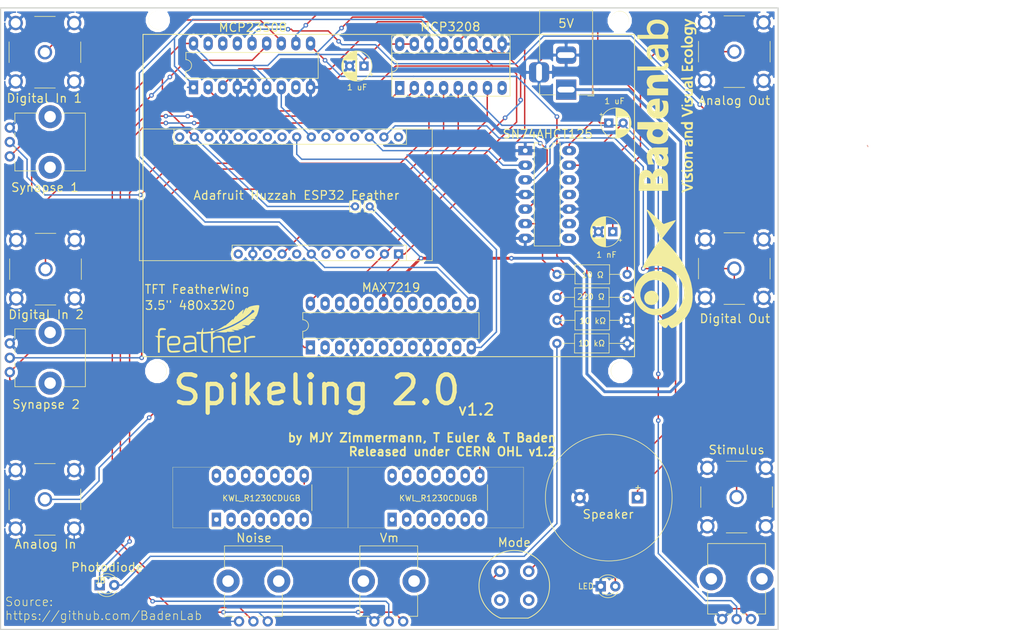
<source format=kicad_pcb>
(kicad_pcb (version 20171130) (host pcbnew "(5.0.0)")
  (layers (0 F.Cu signal) (31 B.Cu signal hide) (34 B.Paste user) (35 F.Paste user) (36 B.SilkS user) (37 F.SilkS user) (38 B.Mask user) (39 F.Mask user) (44 Edge.Cuts user))
  (net 0 "")
  (net 1 "Net-(U1-Pad1)")
  (net 2 "Net-(U1-Pad2)")
  (net 3 "Net-(J7-Pad2)")
  (net 4 "Net-(U1-Pad3)")
  (net 5 "Net-(J1-Pad1)")
  (net 6 GNDREF)
  (net 7 "Net-(J2-Pad1)")
  (net 8 "Net-(J3-Pad1)")
  (net 9 "Net-(C1-Pad1)")
  (net 10 "Net-(U1-Pad15)")
  (net 11 "Net-(U1-Pad7)")
  (net 12 "Net-(U1-Pad16)")
  (net 13 "Net-(U1-Pad8)")
  (net 14 "Net-(U1-Pad17)")
  (net 15 "Net-(U2-Pad8)")
  (net 16 "Net-(U2-Pad2)")
  (net 17 "Net-(U2-Pad9)")
  (net 18 "Net-(U2-Pad11)")
  (net 19 "Net-(U2-Pad5)")
  (net 20 "Net-(U2-Pad12)")
  (net 21 "Net-(C1-Pad2)")
  (net 22 "Net-(U3-Pad16)")
  (net 23 "Net-(U3-Pad28)")
  (net 24 "Net-(U3-Pad12)")
  (net 25 "Net-(U3-Pad26)")
  (net 26 "Net-(U3-Pad9)")
  (net 27 "Net-(U3-Pad24)")
  (net 28 "Net-(U3-Pad8)")
  (net 29 "Net-(U3-Pad22)")
  (net 30 "Net-(U3-Pad6)")
  (net 31 "Net-(U3-Pad21)")
  (net 32 "Net-(U3-Pad5)")
  (net 33 "Net-(U3-Pad20)")
  (net 34 "Net-(U3-Pad3)")
  (net 35 "Net-(J8-Pad1)")
  (net 36 "Net-(J4-Pad1)")
  (net 37 "Net-(U4-Pad8)")
  (net 38 "Net-(U5-Pad14)")
  (net 39 "Net-(U5-Pad3)")
  (net 40 "Net-(U5-Pad15)")
  (net 41 "Net-(U5-Pad16)")
  (net 42 "Net-(U5-Pad5)")
  (net 43 "Net-(U5-Pad17)")
  (net 44 "Net-(U5-Pad6)")
  (net 45 "Net-(U5-Pad18)")
  (net 46 "Net-(U5-Pad7)")
  (net 47 "Net-(U5-Pad8)")
  (net 48 "Net-(U5-Pad20)")
  (net 49 "Net-(U5-Pad21)")
  (net 50 "Net-(U5-Pad10)")
  (net 51 "Net-(U5-Pad22)")
  (net 52 "Net-(U5-Pad23)")
  (net 53 "Net-(J8-Pad2)")
  (net 54 "Net-(U3-Pad10)")
  (net 55 "Net-(U3-Pad23)")
  (net 56 "Net-(U3-Pad4)")
  (net 57 "Net-(U3-Pad18)")
  (net 58 "Net-(U3-Pad17)")
  (net 59 "Net-(U3-Pad13)")
  (net 60 "Net-(Noise1-Pad2)")
  (net 61 "Net-(StimPot1-Pad2)")
  (net 62 "Net-(Syn2-Pad2)")
  (net 63 "Net-(R3-Pad1)")
  (net 64 "Net-(U4-Pad1)")
  (net 65 "Net-(Syn1-Pad5)")
  (net 66 "Net-(U5-Pad2)")
  (net 67 "Net-(U5-Pad11)")
  (net 68 "Net-(D1-Pad2)")
  (net 69 "Net-(C3-Pad1)")
  (net 70 "Net-(BZ1-Pad1)")
  (net 71 "Net-(R6-Pad2)")
  (module Connector_Pin:Pin_D0.7mm_L6.5mm_W1.8mm_FlatFork (layer F.Cu) (at 86.56 59.5)
    (fp_text reference "" (at 0 1.8) (layer F.SilkS))
    (fp_text value "")
    (pad 1 thru_hole circle (at 0 0) (size 1.4 1.4) (drill 0.7) (layers *.Cu *.Mask) (net 9 "Net-(C1-Pad1)"))
  )
  (module Package_DIP:DIP-14_W7.62mm_LongPads (layer F.Cu) (at 116.1 49.8)
    (fp_text reference "" (at 3.81 -2.33) (layer F.SilkS))
    (fp_text value SN74AHCT125 (at 3.9 -2.9) (layer F.SilkS) (effects (font (size 1.5 1.5) (thickness 0.2))))
    (pad 14 thru_hole oval (at 7.62 0) (size 2.4 1.6) (drill 0.8) (layers *.Cu *.Mask) (net 9 "Net-(C1-Pad1)"))
    (pad 7 thru_hole oval (at 0 15.24) (size 2.4 1.6) (drill 0.8) (layers *.Cu *.Mask) (net 6 GNDREF))
    (pad 13 thru_hole oval (at 7.62 2.54) (size 2.4 1.6) (drill 0.8) (layers *.Cu *.Mask) (net 21 "Net-(C1-Pad2)"))
    (pad 6 thru_hole oval (at 0 12.7) (size 2.4 1.6) (drill 0.8) (layers *.Cu *.Mask) (net 71 "Net-(R6-Pad2)"))
    (pad 12 thru_hole oval (at 7.62 5.08) (size 2.4 1.6) (drill 0.8) (layers *.Cu *.Mask) (net 20 "Net-(U2-Pad12)"))
    (pad 5 thru_hole oval (at 0 10.16) (size 2.4 1.6) (drill 0.8) (layers *.Cu *.Mask) (net 19 "Net-(U2-Pad5)"))
    (pad 11 thru_hole oval (at 7.62 7.62) (size 2.4 1.6) (drill 0.8) (layers *.Cu *.Mask) (net 18 "Net-(U2-Pad11)"))
    (pad 4 thru_hole oval (at 0 7.62) (size 2.4 1.6) (drill 0.8) (layers *.Cu *.Mask) (net 6 GNDREF))
    (pad 10 thru_hole oval (at 7.62 10.16) (size 2.4 1.6) (drill 0.8) (layers *.Cu *.Mask) (net 6 GNDREF))
    (pad 3 thru_hole oval (at 0 5.08) (size 2.4 1.6) (drill 0.8) (layers *.Cu *.Mask) (net 70 "Net-(BZ1-Pad1)"))
    (pad 9 thru_hole oval (at 7.62 12.7) (size 2.4 1.6) (drill 0.8) (layers *.Cu *.Mask) (net 17 "Net-(U2-Pad9)"))
    (pad 2 thru_hole oval (at 0 2.54) (size 2.4 1.6) (drill 0.8) (layers *.Cu *.Mask) (net 16 "Net-(U2-Pad2)"))
    (pad 8 thru_hole oval (at 7.62 15.24) (size 2.4 1.6) (drill 0.8) (layers *.Cu *.Mask) (net 15 "Net-(U2-Pad8)"))
    (pad 1 thru_hole rect (at 0 0) (size 2.4 1.6) (drill 0.8) (layers *.Cu *.Mask) (net 6 GNDREF))
  )
  (module "Maxime:Adafruit FeatherWing" (layer F.Cu) (at 92.4 57.6 270)
    (fp_text reference "" (at 9.12 -48.49 270) (layer F.SilkS))
    (fp_text value "Adafruit Huzzah ESP32 Feather " (at -0.03 15.47) (layer F.SilkS) (effects (font (size 1.5 1.5) (thickness 0.2))))
    (fp_text user "3.5\" 480x320" (at 19.1 34.5) (layer F.SilkS) (effects (font (size 1.5 1.5) (thickness 0.2))))
    (fp_text user "TFT FeatherWing " (at 16.3 32.7) (layer F.SilkS) (effects (font (size 1.5 1.5) (thickness 0.2))))
    (pad 1 thru_hole rect (at 10.17 -1.7 270) (size 1.6 1.6) (drill 0.8) (layers *.Cu *.Mask) (net 4 "Net-(U1-Pad3)"))
    (pad 15 thru_hole oval (at -10.16 3.38 270) (size 1.6 1.6) (drill 0.8) (layers *.Cu *.Mask) (net 16 "Net-(U2-Pad2)"))
    (pad 18 thru_hole oval (at -10.16 10.9 270) (size 1.6 1.6) (drill 0.8) (layers *.Cu *.Mask) (net 57 "Net-(U3-Pad18)"))
    (pad 14 thru_hole oval (at -10.16 0.84 270) (size 1.6 1.6) (drill 0.8) (layers *.Cu *.Mask) (net 19 "Net-(U2-Pad5)"))
    (pad 19 thru_hole oval (at -10.16 13.44 270) (size 1.6 1.6) (drill 0.8) (layers *.Cu *.Mask) (net 11 "Net-(U1-Pad7)"))
    (pad 12 thru_hole oval (at 10.17 26.14 270) (size 1.6 1.6) (drill 0.8) (layers *.Cu *.Mask) (net 24 "Net-(U3-Pad12)"))
    (pad 20 thru_hole oval (at -10.16 15.98 270) (size 1.6 1.6) (drill 0.8) (layers *.Cu *.Mask) (net 33 "Net-(U3-Pad20)"))
    (pad 11 thru_hole oval (at 10.17 23.6 270) (size 1.6 1.6) (drill 0.8) (layers *.Cu *.Mask) (net 6 GNDREF))
    (pad 21 thru_hole oval (at -10.16 18.52 270) (size 1.6 1.6) (drill 0.8) (layers *.Cu *.Mask) (net 31 "Net-(U3-Pad21)"))
    (pad 10 thru_hole oval (at 10.17 21.06 270) (size 1.6 1.6) (drill 0.8) (layers *.Cu *.Mask) (net 54 "Net-(U3-Pad10)"))
    (pad 22 thru_hole oval (at -10.16 21.06 270) (size 1.6 1.6) (drill 0.8) (layers *.Cu *.Mask) (net 29 "Net-(U3-Pad22)"))
    (pad 9 thru_hole oval (at 10.17 18.52 270) (size 1.6 1.6) (drill 0.8) (layers *.Cu *.Mask) (net 26 "Net-(U3-Pad9)"))
    (pad 23 thru_hole oval (at -10.16 23.6 270) (size 1.6 1.6) (drill 0.8) (layers *.Cu *.Mask) (net 55 "Net-(U3-Pad23)"))
    (pad 8 thru_hole oval (at 10.17 15.98 270) (size 1.6 1.6) (drill 0.8) (layers *.Cu *.Mask) (net 28 "Net-(U3-Pad8)"))
    (pad 24 thru_hole oval (at -10.16 26.14 270) (size 1.6 1.6) (drill 0.8) (layers *.Cu *.Mask) (net 27 "Net-(U3-Pad24)"))
    (pad 7 thru_hole oval (at 10.17 13.44 270) (size 1.6 1.6) (drill 0.8) (layers *.Cu *.Mask) (net 1 "Net-(U1-Pad1)"))
    (pad 25 thru_hole oval (at -10.16 28.68 270) (size 1.6 1.6) (drill 0.8) (layers *.Cu *.Mask) (net 6 GNDREF))
    (pad 6 thru_hole oval (at 10.17 10.9 270) (size 1.6 1.6) (drill 0.8) (layers *.Cu *.Mask) (net 30 "Net-(U3-Pad6)"))
    (pad 26 thru_hole oval (at -10.16 31.22 270) (size 1.6 1.6) (drill 0.8) (layers *.Cu *.Mask) (net 25 "Net-(U3-Pad26)"))
    (pad 5 thru_hole oval (at 10.17 8.36 270) (size 1.6 1.6) (drill 0.8) (layers *.Cu *.Mask) (net 32 "Net-(U3-Pad5)"))
    (pad 27 thru_hole oval (at -10.16 33.76 270) (size 1.6 1.6) (drill 0.8) (layers *.Cu *.Mask) (net 9 "Net-(C1-Pad1)"))
    (pad 4 thru_hole oval (at 10.17 5.82 270) (size 1.6 1.6) (drill 0.8) (layers *.Cu *.Mask) (net 56 "Net-(U3-Pad4)"))
    (pad 28 thru_hole oval (at -10.16 36.3 270) (size 1.6 1.6) (drill 0.8) (layers *.Cu *.Mask) (net 23 "Net-(U3-Pad28)"))
    (pad 3 thru_hole oval (at 10.17 3.28 270) (size 1.6 1.6) (drill 0.8) (layers *.Cu *.Mask) (net 34 "Net-(U3-Pad3)"))
    (pad 2 thru_hole oval (at 10.17 0.74 270) (size 1.6 1.6) (drill 0.8) (layers *.Cu *.Mask) (net 2 "Net-(U1-Pad2)"))
    (pad 17 thru_hole oval (at -10.16 8.46 270) (size 1.6 1.6) (drill 0.8) (layers *.Cu *.Mask) (net 58 "Net-(U3-Pad17)"))
    (pad 16 thru_hole oval (at -10.16 5.92 270) (size 1.6 1.6) (drill 0.8) (layers *.Cu *.Mask) (net 22 "Net-(U3-Pad16)"))
    (pad 13 thru_hole oval (at -10.16 -1.7 270) (size 1.6 1.6) (drill 0.8) (layers *.Cu *.Mask) (net 59 "Net-(U3-Pad13)"))
  )
  (module "Maxime:BNC connector" (layer F.Cu) (at 32.7 32.7)
    (fp_text reference "Digital In 1" (at -0.1 8 180) (layer F.SilkS) (effects (font (size 1.5 1.5) (thickness 0.2))))
    (fp_text value "")
    (pad 1 thru_hole circle (at 0 0) (size 2.5 2.5) (drill 1.7) (layers *.Cu *.Mask) (net 5 "Net-(J1-Pad1)"))
    (pad 2 thru_hole circle (at 5.08 5.08) (size 2.5 2.5) (drill 1.7) (layers *.Cu *.Mask) (net 6 GNDREF))
    (pad 2 thru_hole circle (at 5.08 -5.08) (size 2.5 2.5) (drill 1.7) (layers *.Cu *.Mask) (net 6 GNDREF))
    (pad 2 thru_hole circle (at -5.08 -5.08) (size 2.5 2.5) (drill 1.7) (layers *.Cu *.Mask) (net 6 GNDREF))
    (pad 2 thru_hole circle (at -5.08 5.08) (size 2.5 2.5) (drill 1.7) (layers *.Cu *.Mask) (net 6 GNDREF))
  )
  (module "Maxime:BNC connector" (layer F.Cu) (at 32.8 70.4)
    (fp_text reference "Digital In 2" (at 0.1 7.9) (layer F.SilkS) (effects (font (size 1.5 1.5) (thickness 0.2))))
    (fp_text value "")
    (pad 1 thru_hole circle (at 0 0) (size 2.5 2.5) (drill 1.7) (layers *.Cu *.Mask) (net 7 "Net-(J2-Pad1)"))
    (pad 2 thru_hole circle (at 5.08 5.08) (size 2.5 2.5) (drill 1.7) (layers *.Cu *.Mask) (net 6 GNDREF))
    (pad 2 thru_hole circle (at 5.08 -5.08) (size 2.5 2.5) (drill 1.7) (layers *.Cu *.Mask) (net 6 GNDREF))
    (pad 2 thru_hole circle (at -5.08 -5.08) (size 2.5 2.5) (drill 1.7) (layers *.Cu *.Mask) (net 6 GNDREF))
    (pad 2 thru_hole circle (at -5.08 5.08) (size 2.5 2.5) (drill 1.7) (layers *.Cu *.Mask) (net 6 GNDREF))
  )
  (module "Maxime:BNC connector" (layer F.Cu) (at 32.7 110.4)
    (fp_text reference "Analog In" (at 0.1 7.8) (layer F.SilkS) (effects (font (size 1.5 1.5) (thickness 0.2))))
    (fp_text value "")
    (pad 1 thru_hole circle (at 0 0) (size 2.5 2.5) (drill 1.7) (layers *.Cu *.Mask) (net 36 "Net-(J4-Pad1)"))
    (pad 2 thru_hole circle (at 5.08 5.08) (size 2.5 2.5) (drill 1.7) (layers *.Cu *.Mask) (net 6 GNDREF))
    (pad 2 thru_hole circle (at 5.08 -5.08) (size 2.5 2.5) (drill 1.7) (layers *.Cu *.Mask) (net 6 GNDREF))
    (pad 2 thru_hole circle (at -5.08 -5.08) (size 2.5 2.5) (drill 1.7) (layers *.Cu *.Mask) (net 6 GNDREF))
    (pad 2 thru_hole circle (at -5.08 5.08) (size 2.5 2.5) (drill 1.7) (layers *.Cu *.Mask) (net 6 GNDREF))
  )
  (module "Maxime:BNC connector" (layer F.Cu) (at 152.8 110)
    (fp_text reference Stimulus (at 0 -8.2) (layer F.SilkS) (effects (font (size 1.5 1.5) (thickness 0.2))))
    (fp_text value "")
    (pad 1 thru_hole circle (at 0 0) (size 2.5 2.5) (drill 1.7) (layers *.Cu *.Mask) (net 8 "Net-(J3-Pad1)"))
    (pad 2 thru_hole circle (at 5.08 5.08) (size 2.5 2.5) (drill 1.7) (layers *.Cu *.Mask) (net 6 GNDREF))
    (pad 2 thru_hole circle (at 5.08 -5.08) (size 2.5 2.5) (drill 1.7) (layers *.Cu *.Mask) (net 6 GNDREF))
    (pad 2 thru_hole circle (at -5.08 -5.08) (size 2.5 2.5) (drill 1.7) (layers *.Cu *.Mask) (net 6 GNDREF))
    (pad 2 thru_hole circle (at -5.08 5.08) (size 2.5 2.5) (drill 1.7) (layers *.Cu *.Mask) (net 6 GNDREF))
  )
  (module "Maxime:BNC connector" (layer F.Cu) (at 152.4 70.3)
    (fp_text reference "Digital Out" (at 0.1 8.7) (layer F.SilkS) (effects (font (size 1.5 1.5) (thickness 0.2))))
    (fp_text value "")
    (pad 1 thru_hole circle (at 0 0) (size 2.5 2.5) (drill 1.7) (layers *.Cu *.Mask) (net 70 "Net-(BZ1-Pad1)"))
    (pad 2 thru_hole circle (at 5.08 5.08) (size 2.5 2.5) (drill 1.7) (layers *.Cu *.Mask) (net 6 GNDREF))
    (pad 2 thru_hole circle (at 5.08 -5.08) (size 2.5 2.5) (drill 1.7) (layers *.Cu *.Mask) (net 6 GNDREF))
    (pad 2 thru_hole circle (at -5.08 -5.08) (size 2.5 2.5) (drill 1.7) (layers *.Cu *.Mask) (net 6 GNDREF))
    (pad 2 thru_hole circle (at -5.08 5.08) (size 2.5 2.5) (drill 1.7) (layers *.Cu *.Mask) (net 6 GNDREF))
  )
  (module "Maxime:BNC connector" (layer F.Cu) (at 152.4 32.6)
    (fp_text reference "Analog Out" (at 0 8.5) (layer F.SilkS) (effects (font (size 1.5 1.5) (thickness 0.2))))
    (fp_text value "")
    (pad 1 thru_hole circle (at 0 0) (size 2.5 2.5) (drill 1.7) (layers *.Cu *.Mask) (net 69 "Net-(C3-Pad1)"))
    (pad 2 thru_hole circle (at 5.08 5.08) (size 2.5 2.5) (drill 1.7) (layers *.Cu *.Mask) (net 6 GNDREF))
    (pad 2 thru_hole circle (at 5.08 -5.08) (size 2.5 2.5) (drill 1.7) (layers *.Cu *.Mask) (net 6 GNDREF))
    (pad 2 thru_hole circle (at -5.08 -5.08) (size 2.5 2.5) (drill 1.7) (layers *.Cu *.Mask) (net 6 GNDREF))
    (pad 2 thru_hole circle (at -5.08 5.08) (size 2.5 2.5) (drill 1.7) (layers *.Cu *.Mask) (net 6 GNDREF))
  )
  (module Package_DIP:DIP-16_W7.62mm_Socket_LongPads (layer F.Cu) (at 94.3 38.9 90)
    (fp_text reference "" (at 3.81 -2.33 90) (layer F.SilkS))
    (fp_text value MCP3208 (at 10.6 8.8) (layer F.SilkS) (effects (font (size 1.5 1.5) (thickness 0.2))))
    (pad 16 thru_hole oval (at 7.62 0 90) (size 2.4 1.6) (drill 0.8) (layers *.Cu *.Mask) (net 9 "Net-(C1-Pad1)"))
    (pad 8 thru_hole oval (at 0 17.78 90) (size 2.4 1.6) (drill 0.8) (layers *.Cu *.Mask) (net 37 "Net-(U4-Pad8)"))
    (pad 15 thru_hole oval (at 7.62 2.54 90) (size 2.4 1.6) (drill 0.8) (layers *.Cu *.Mask) (net 9 "Net-(C1-Pad1)"))
    (pad 7 thru_hole oval (at 0 15.24 90) (size 2.4 1.6) (drill 0.8) (layers *.Cu *.Mask) (net 36 "Net-(J4-Pad1)"))
    (pad 14 thru_hole oval (at 7.62 5.08 90) (size 2.4 1.6) (drill 0.8) (layers *.Cu *.Mask) (net 6 GNDREF))
    (pad 6 thru_hole oval (at 0 12.7 90) (size 2.4 1.6) (drill 0.8) (layers *.Cu *.Mask) (net 61 "Net-(StimPot1-Pad2)"))
    (pad 13 thru_hole oval (at 7.62 7.62 90) (size 2.4 1.6) (drill 0.8) (layers *.Cu *.Mask) (net 1 "Net-(U1-Pad1)"))
    (pad 5 thru_hole oval (at 0 10.16 90) (size 2.4 1.6) (drill 0.8) (layers *.Cu *.Mask) (net 62 "Net-(Syn2-Pad2)"))
    (pad 12 thru_hole oval (at 7.62 10.16 90) (size 2.4 1.6) (drill 0.8) (layers *.Cu *.Mask) (net 4 "Net-(U1-Pad3)"))
    (pad 4 thru_hole oval (at 0 7.62 90) (size 2.4 1.6) (drill 0.8) (layers *.Cu *.Mask) (net 65 "Net-(Syn1-Pad5)"))
    (pad 11 thru_hole oval (at 7.62 12.7 90) (size 2.4 1.6) (drill 0.8) (layers *.Cu *.Mask) (net 2 "Net-(U1-Pad2)"))
    (pad 3 thru_hole oval (at 0 5.08 90) (size 2.4 1.6) (drill 0.8) (layers *.Cu *.Mask) (net 35 "Net-(J8-Pad1)"))
    (pad 10 thru_hole oval (at 7.62 15.24 90) (size 2.4 1.6) (drill 0.8) (layers *.Cu *.Mask) (net 26 "Net-(U3-Pad9)"))
    (pad 2 thru_hole oval (at 0 2.54 90) (size 2.4 1.6) (drill 0.8) (layers *.Cu *.Mask) (net 60 "Net-(Noise1-Pad2)"))
    (pad 9 thru_hole oval (at 7.62 17.78 90) (size 2.4 1.6) (drill 0.8) (layers *.Cu *.Mask) (net 6 GNDREF))
    (pad 1 thru_hole rect (at 0 0 90) (size 2.4 1.6) (drill 0.8) (layers *.Cu *.Mask) (net 64 "Net-(U4-Pad1)"))
  )
  (module Mounting_Holes:MountingHole_3.2mm_M3 (layer F.Cu) (at 52.3 27.1)
    (fp_text reference "" hide)
    (fp_text value "")
    (pad "" np_thru_hole circle (at 0 0) (size 3.2 3.2) (drill 3.2) (layers *.Cu *.Mask))
  )
  (module Maxime:KWL-R1230XDUGB (layer F.Cu) (at 70.1 110.1 90)
    (fp_text reference "" (at 0 -9.95 90) (layer F.SilkS))
    (fp_text value KWL_R1230CDUGB (at -0.1 0.2 180) (layer F.SilkS))
    (pad 14 thru_hole oval (at 3.81 -7.62 90) (size 2.4 1.6) (drill 0.8) (layers *.Cu *.Mask))
    (pad 7 thru_hole oval (at -3.81 7.62 90) (size 2.4 1.6) (drill 0.8) (layers *.Cu *.Mask) (net 44 "Net-(U5-Pad6)"))
    (pad 13 thru_hole oval (at 3.81 -5.08 90) (size 2.4 1.6) (drill 0.8) (layers *.Cu *.Mask))
    (pad 6 thru_hole oval (at -3.81 5.08 90) (size 2.4 1.6) (drill 0.8) (layers *.Cu *.Mask) (net 67 "Net-(U5-Pad11)"))
    (pad 12 thru_hole oval (at 3.81 -2.54 90) (size 2.4 1.6) (drill 0.8) (layers *.Cu *.Mask))
    (pad 5 thru_hole oval (at -3.81 2.54 90) (size 2.4 1.6) (drill 0.8) (layers *.Cu *.Mask) (net 52 "Net-(U5-Pad23)"))
    (pad 11 thru_hole oval (at 3.81 0 90) (size 2.4 1.6) (drill 0.8) (layers *.Cu *.Mask))
    (pad 4 thru_hole oval (at -3.81 0 90) (size 2.4 1.6) (drill 0.8) (layers *.Cu *.Mask) (net 49 "Net-(U5-Pad21)"))
    (pad 10 thru_hole oval (at 3.81 2.54 90) (size 2.4 1.6) (drill 0.8) (layers *.Cu *.Mask) (net 51 "Net-(U5-Pad22)"))
    (pad 3 thru_hole oval (at -3.81 -2.54 90) (size 2.4 1.6) (drill 0.8) (layers *.Cu *.Mask) (net 40 "Net-(U5-Pad15)"))
    (pad 9 thru_hole oval (at 3.81 5.08 90) (size 2.4 1.6) (drill 0.8) (layers *.Cu *.Mask) (net 67 "Net-(U5-Pad11)"))
    (pad 2 thru_hole oval (at -3.81 -5.08 90) (size 2.4 1.6) (drill 0.8) (layers *.Cu *.Mask) (net 43 "Net-(U5-Pad17)"))
    (pad 8 thru_hole oval (at 3.81 7.62 90) (size 2.4 1.6) (drill 0.8) (layers *.Cu *.Mask) (net 44 "Net-(U5-Pad6)"))
    (pad 1 thru_hole rect (at -3.81 -7.62 90) (size 2.4 1.6) (drill 0.8) (layers *.Cu *.Mask) (net 66 "Net-(U5-Pad2)"))
  )
  (module Maxime:KWL-R1230XDUGB (layer F.Cu) (at 100.6 110.1 90)
    (fp_text reference "" (at 0 -9.95 90) (layer F.SilkS))
    (fp_text value KWL_R1230CDUGB (at -0.1 0.4 180) (layer F.SilkS))
    (pad 14 thru_hole oval (at 3.81 -7.62 90) (size 2.4 1.6) (drill 0.8) (layers *.Cu *.Mask))
    (pad 7 thru_hole oval (at -3.81 7.62 90) (size 2.4 1.6) (drill 0.8) (layers *.Cu *.Mask) (net 50 "Net-(U5-Pad10)"))
    (pad 13 thru_hole oval (at 3.81 -5.08 90) (size 2.4 1.6) (drill 0.8) (layers *.Cu *.Mask))
    (pad 6 thru_hole oval (at -3.81 5.08 90) (size 2.4 1.6) (drill 0.8) (layers *.Cu *.Mask) (net 39 "Net-(U5-Pad3)"))
    (pad 12 thru_hole oval (at 3.81 -2.54 90) (size 2.4 1.6) (drill 0.8) (layers *.Cu *.Mask))
    (pad 5 thru_hole oval (at -3.81 2.54 90) (size 2.4 1.6) (drill 0.8) (layers *.Cu *.Mask) (net 52 "Net-(U5-Pad23)"))
    (pad 11 thru_hole oval (at 3.81 0 90) (size 2.4 1.6) (drill 0.8) (layers *.Cu *.Mask))
    (pad 4 thru_hole oval (at -3.81 0 90) (size 2.4 1.6) (drill 0.8) (layers *.Cu *.Mask) (net 49 "Net-(U5-Pad21)"))
    (pad 10 thru_hole oval (at 3.81 2.54 90) (size 2.4 1.6) (drill 0.8) (layers *.Cu *.Mask) (net 51 "Net-(U5-Pad22)"))
    (pad 3 thru_hole oval (at -3.81 -2.54 90) (size 2.4 1.6) (drill 0.8) (layers *.Cu *.Mask) (net 40 "Net-(U5-Pad15)"))
    (pad 9 thru_hole oval (at 3.81 5.08 90) (size 2.4 1.6) (drill 0.8) (layers *.Cu *.Mask) (net 39 "Net-(U5-Pad3)"))
    (pad 2 thru_hole oval (at -3.81 -5.08 90) (size 2.4 1.6) (drill 0.8) (layers *.Cu *.Mask) (net 43 "Net-(U5-Pad17)"))
    (pad 8 thru_hole oval (at 3.81 7.62 90) (size 2.4 1.6) (drill 0.8) (layers *.Cu *.Mask) (net 50 "Net-(U5-Pad10)"))
    (pad 1 thru_hole rect (at -3.81 -7.62 90) (size 2.4 1.6) (drill 0.8) (layers *.Cu *.Mask) (net 46 "Net-(U5-Pad7)"))
  )
  (module Buzzer_Beeper:Buzzer_15x7.5RM7.6 (layer F.Cu) (at 130.6 110.1 180)
    (fp_text reference Speaker (at 0.1 -2.9 180) (layer F.SilkS) (effects (font (size 1.5 1.5) (thickness 0.2))))
    (fp_text value "")
    (fp_text user + (at -5.08 1.8 180) (layer F.SilkS))
    (pad 1 thru_hole rect (at -5 0 180) (size 2 2) (drill 1) (layers *.Cu *.Mask) (net 70 "Net-(BZ1-Pad1)"))
    (pad 2 thru_hole circle (at 5 0 180) (size 2 2) (drill 1) (layers *.Cu *.Mask) (net 6 GNDREF))
  )
  (module Button_Switch_THT:Push_E-Switch_KS01Q01 (layer F.Cu) (at 111.7 122.9)
    (fp_text reference Mode (at 2.5 -5) (layer F.SilkS) (effects (font (size 1.5 1.5) (thickness 0.2))))
    (fp_text value "")
    (pad 1 thru_hole circle (at 0 0) (size 2 2) (drill 1.1) (layers *.Cu *.Mask) (net 9 "Net-(C1-Pad1)"))
    (pad 2 thru_hole circle (at 5 0) (size 2 2) (drill 1.1) (layers *.Cu *.Mask) (net 3 "Net-(J7-Pad2)"))
    (pad 4 thru_hole circle (at 5 5) (size 2 2) (drill 1.1) (layers *.Cu *.Mask))
    (pad 3 thru_hole circle (at 0 5) (size 2 2) (drill 1.1) (layers *.Cu *.Mask))
  )
  (module Potentiometer_THT:Potentiometer_Alps_RK09K_Single_Vertical (layer F.Cu) (at 94.9 131.6 90)
    (fp_text reference Vm (at 14.5 -2.4 180) (layer F.SilkS) (effects (font (size 1.5 1.5) (thickness 0.2))))
    (fp_text value "")
    (pad 3 thru_hole circle (at 0 -5 90) (size 1.8 1.8) (drill 1) (layers *.Cu *.Mask) (net 6 GNDREF))
    (pad 2 thru_hole circle (at 0 -2.5 90) (size 1.8 1.8) (drill 1) (layers *.Cu *.Mask) (net 64 "Net-(U4-Pad1)"))
    (pad 1 thru_hole circle (at 0 0 90) (size 1.8 1.8) (drill 1) (layers *.Cu *.Mask) (net 9 "Net-(C1-Pad1)"))
    (pad "" np_thru_hole circle (at 7 -6.9 90) (size 4 4) (drill 2) (layers *.Cu *.Mask))
    (pad "" np_thru_hole circle (at 7 1.9 90) (size 4 4) (drill 2) (layers *.Cu *.Mask))
  )
  (module Potentiometer_THT:Potentiometer_Alps_RK09K_Single_Vertical (layer F.Cu) (at 71.4 131.6 90)
    (fp_text reference "" (at 6.05 -10.15 90) (layer F.SilkS))
    (fp_text value Noise (at 14.5 -2.4 180) (layer F.SilkS) (effects (font (size 1.5 1.5) (thickness 0.2))))
    (pad 3 thru_hole circle (at 0 -5 90) (size 1.8 1.8) (drill 1) (layers *.Cu *.Mask) (net 6 GNDREF))
    (pad 2 thru_hole circle (at 0 -2.5 90) (size 1.8 1.8) (drill 1) (layers *.Cu *.Mask) (net 60 "Net-(Noise1-Pad2)"))
    (pad 1 thru_hole circle (at 0 0 90) (size 1.8 1.8) (drill 1) (layers *.Cu *.Mask) (net 9 "Net-(C1-Pad1)"))
    (pad "" np_thru_hole circle (at 7 -6.9 90) (size 4 4) (drill 2) (layers *.Cu *.Mask))
    (pad "" np_thru_hole circle (at 7 1.9 90) (size 4 4) (drill 2) (layers *.Cu *.Mask))
  )
  (module Mounting_Holes:MountingHole_3.2mm_M3 (layer F.Cu) (at 132.6 88.1)
    (fp_text reference "" hide)
    (fp_text value "")
    (pad "" np_thru_hole circle (at 0 0) (size 3.2 3.2) (drill 3.2) (layers *.Cu *.Mask))
  )
  (module Mounting_Holes:MountingHole_3.2mm_M3 (layer F.Cu) (at 52.2 88.1)
    (fp_text reference "" hide)
    (fp_text value "")
    (pad "" np_thru_hole circle (at 0 0) (size 3.2 3.2) (drill 3.2) (layers *.Cu *.Mask))
  )
  (module Mounting_Holes:MountingHole_3.2mm_M3 (layer F.Cu) (at 132.5 27.2)
    (fp_text reference "" hide)
    (fp_text value "")
    (pad "" np_thru_hole circle (at 0 0) (size 3.2 3.2) (drill 3.2) (layers *.Cu *.Mask))
  )
  (module Package_DIP:DIP-24_W7.62mm_LongPads (layer F.Cu) (at 78.8 84 90)
    (fp_text reference "" (at 3.81 -2.33 90) (layer F.SilkS))
    (fp_text value MAX7219 (at 10.4 14 180) (layer F.SilkS) (effects (font (size 1.5 1.5) (thickness 0.2))))
    (pad 24 thru_hole oval (at 7.62 0 90) (size 2.4 1.6) (drill 0.8) (layers *.Cu *.Mask) (net 4 "Net-(U1-Pad3)"))
    (pad 12 thru_hole oval (at 0 27.94 90) (size 2.4 1.6) (drill 0.8) (layers *.Cu *.Mask) (net 33 "Net-(U3-Pad20)"))
    (pad 23 thru_hole oval (at 7.62 2.54 90) (size 2.4 1.6) (drill 0.8) (layers *.Cu *.Mask) (net 52 "Net-(U5-Pad23)"))
    (pad 11 thru_hole oval (at 0 25.4 90) (size 2.4 1.6) (drill 0.8) (layers *.Cu *.Mask) (net 67 "Net-(U5-Pad11)"))
    (pad 22 thru_hole oval (at 7.62 5.08 90) (size 2.4 1.6) (drill 0.8) (layers *.Cu *.Mask) (net 51 "Net-(U5-Pad22)"))
    (pad 10 thru_hole oval (at 0 22.86 90) (size 2.4 1.6) (drill 0.8) (layers *.Cu *.Mask) (net 50 "Net-(U5-Pad10)"))
    (pad 21 thru_hole oval (at 7.62 7.62 90) (size 2.4 1.6) (drill 0.8) (layers *.Cu *.Mask) (net 49 "Net-(U5-Pad21)"))
    (pad 9 thru_hole oval (at 0 20.32 90) (size 2.4 1.6) (drill 0.8) (layers *.Cu *.Mask) (net 6 GNDREF))
    (pad 20 thru_hole oval (at 7.62 10.16 90) (size 2.4 1.6) (drill 0.8) (layers *.Cu *.Mask) (net 48 "Net-(U5-Pad20)"))
    (pad 8 thru_hole oval (at 0 17.78 90) (size 2.4 1.6) (drill 0.8) (layers *.Cu *.Mask) (net 47 "Net-(U5-Pad8)"))
    (pad 19 thru_hole oval (at 7.62 12.7 90) (size 2.4 1.6) (drill 0.8) (layers *.Cu *.Mask))
    (pad 7 thru_hole oval (at 0 15.24 90) (size 2.4 1.6) (drill 0.8) (layers *.Cu *.Mask) (net 46 "Net-(U5-Pad7)"))
    (pad 18 thru_hole oval (at 7.62 15.24 90) (size 2.4 1.6) (drill 0.8) (layers *.Cu *.Mask) (net 45 "Net-(U5-Pad18)"))
    (pad 6 thru_hole oval (at 0 12.7 90) (size 2.4 1.6) (drill 0.8) (layers *.Cu *.Mask) (net 44 "Net-(U5-Pad6)"))
    (pad 17 thru_hole oval (at 7.62 17.78 90) (size 2.4 1.6) (drill 0.8) (layers *.Cu *.Mask) (net 43 "Net-(U5-Pad17)"))
    (pad 5 thru_hole oval (at 0 10.16 90) (size 2.4 1.6) (drill 0.8) (layers *.Cu *.Mask) (net 42 "Net-(U5-Pad5)"))
    (pad 16 thru_hole oval (at 7.62 20.32 90) (size 2.4 1.6) (drill 0.8) (layers *.Cu *.Mask) (net 41 "Net-(U5-Pad16)"))
    (pad 4 thru_hole oval (at 0 7.62 90) (size 2.4 1.6) (drill 0.8) (layers *.Cu *.Mask) (net 6 GNDREF))
    (pad 15 thru_hole oval (at 7.62 22.86 90) (size 2.4 1.6) (drill 0.8) (layers *.Cu *.Mask) (net 40 "Net-(U5-Pad15)"))
    (pad 3 thru_hole oval (at 0 5.08 90) (size 2.4 1.6) (drill 0.8) (layers *.Cu *.Mask) (net 39 "Net-(U5-Pad3)"))
    (pad 14 thru_hole oval (at 7.62 25.4 90) (size 2.4 1.6) (drill 0.8) (layers *.Cu *.Mask) (net 38 "Net-(U5-Pad14)"))
    (pad 2 thru_hole oval (at 0 2.54 90) (size 2.4 1.6) (drill 0.8) (layers *.Cu *.Mask) (net 66 "Net-(U5-Pad2)"))
    (pad 13 thru_hole oval (at 7.62 27.94 90) (size 2.4 1.6) (drill 0.8) (layers *.Cu *.Mask) (net 1 "Net-(U1-Pad1)"))
    (pad 1 thru_hole rect (at 0 0 90) (size 2.4 1.6) (drill 0.8) (layers *.Cu *.Mask) (net 2 "Net-(U1-Pad2)"))
  )
  (module Package_DIP:DIP-18_W7.62mm_LongPads (layer F.Cu) (at 58.5 38.8 90)
    (fp_text reference "" (at 3.81 -2.33 180) (layer F.SilkS))
    (fp_text value MCP23S08 (at 10.4 10.3) (layer F.SilkS) (effects (font (size 1.5 1.5) (thickness 0.2))))
    (pad 18 thru_hole oval (at 7.62 0 90) (size 2.4 1.6) (drill 0.8) (layers *.Cu *.Mask) (net 9 "Net-(C1-Pad1)"))
    (pad 9 thru_hole oval (at 0 20.32 90) (size 2.4 1.6) (drill 0.8) (layers *.Cu *.Mask) (net 6 GNDREF))
    (pad 17 thru_hole oval (at 7.62 2.54 90) (size 2.4 1.6) (drill 0.8) (layers *.Cu *.Mask) (net 14 "Net-(U1-Pad17)"))
    (pad 8 thru_hole oval (at 0 17.78 90) (size 2.4 1.6) (drill 0.8) (layers *.Cu *.Mask) (net 13 "Net-(U1-Pad8)"))
    (pad 16 thru_hole oval (at 7.62 5.08 90) (size 2.4 1.6) (drill 0.8) (layers *.Cu *.Mask) (net 12 "Net-(U1-Pad16)"))
    (pad 7 thru_hole oval (at 0 15.24 90) (size 2.4 1.6) (drill 0.8) (layers *.Cu *.Mask) (net 11 "Net-(U1-Pad7)"))
    (pad 15 thru_hole oval (at 7.62 7.62 90) (size 2.4 1.6) (drill 0.8) (layers *.Cu *.Mask) (net 10 "Net-(U1-Pad15)"))
    (pad 6 thru_hole oval (at 0 12.7 90) (size 2.4 1.6) (drill 0.8) (layers *.Cu *.Mask) (net 9 "Net-(C1-Pad1)"))
    (pad 14 thru_hole oval (at 7.62 10.16 90) (size 2.4 1.6) (drill 0.8) (layers *.Cu *.Mask) (net 8 "Net-(J3-Pad1)"))
    (pad 5 thru_hole oval (at 0 10.16 90) (size 2.4 1.6) (drill 0.8) (layers *.Cu *.Mask) (net 6 GNDREF))
    (pad 13 thru_hole oval (at 7.62 12.7 90) (size 2.4 1.6) (drill 0.8) (layers *.Cu *.Mask) (net 7 "Net-(J2-Pad1)"))
    (pad 4 thru_hole oval (at 0 7.62 90) (size 2.4 1.6) (drill 0.8) (layers *.Cu *.Mask) (net 6 GNDREF))
    (pad 12 thru_hole oval (at 7.62 15.24 90) (size 2.4 1.6) (drill 0.8) (layers *.Cu *.Mask) (net 5 "Net-(J1-Pad1)"))
    (pad 3 thru_hole oval (at 0 5.08 90) (size 2.4 1.6) (drill 0.8) (layers *.Cu *.Mask) (net 4 "Net-(U1-Pad3)"))
    (pad 11 thru_hole oval (at 7.62 17.78 90) (size 2.4 1.6) (drill 0.8) (layers *.Cu *.Mask) (net 3 "Net-(J7-Pad2)"))
    (pad 2 thru_hole oval (at 0 2.54 90) (size 2.4 1.6) (drill 0.8) (layers *.Cu *.Mask) (net 2 "Net-(U1-Pad2)"))
    (pad 10 thru_hole oval (at 7.62 20.32 90) (size 2.4 1.6) (drill 0.8) (layers *.Cu *.Mask) (net 63 "Net-(R3-Pad1)"))
    (pad 1 thru_hole rect (at 0 0 90) (size 2.4 1.6) (drill 0.8) (layers *.Cu *.Mask) (net 1 "Net-(U1-Pad1)"))
  )
  (module LED_THT:LED_D3.0mm (layer F.Cu) (at 42.2 125.3)
    (fp_text reference J8 (at 0.134999 -0.775001) (layer F.SilkS))
    (fp_text value Photodiode (at 1.3 -3.1) (layer F.SilkS) (effects (font (size 1.5 1.5) (thickness 0.2))))
    (pad 1 thru_hole rect (at 0 0) (size 1.8 1.8) (drill 0.9) (layers *.Cu *.Mask) (net 35 "Net-(J8-Pad1)"))
    (pad 2 thru_hole circle (at 2.54 0) (size 1.8 1.8) (drill 0.9) (layers *.Cu *.Mask) (net 53 "Net-(J8-Pad2)"))
  )
  (module Maxime:R_Axial_DIN0309_L9.0mm_D3.2mm_P15.24mm_Horizontal (layer F.Cu) (at 133.8 79.3 180)
    (fp_text reference "10 kΩ" (at 6 -0.1 180) (layer F.SilkS))
    (fp_text value "" (at 4.572 -2.54 180) (layer F.SilkS))
    (pad 1 thru_hole circle (at 0 0 180) (size 1.6 1.6) (drill 0.8) (layers *.Cu *.Mask) (net 6 GNDREF))
    (pad 2 thru_hole oval (at 12.18 0 180) (size 1.6 1.6) (drill 0.8) (layers *.Cu *.Mask) (net 3 "Net-(J7-Pad2)"))
  )
  (module Maxime:R_Axial_DIN0309_L9.0mm_D3.2mm_P15.24mm_Horizontal (layer F.Cu) (at 121.6 83.3)
    (fp_text reference "" (at 11.43 -2.54) (layer F.SilkS))
    (fp_text value "10 kΩ " (at 6.4 0) (layer F.SilkS))
    (pad 2 thru_hole oval (at 12.18 0) (size 1.6 1.6) (drill 0.8) (layers *.Cu *.Mask) (net 6 GNDREF))
    (pad 1 thru_hole circle (at 0 0) (size 1.6 1.6) (drill 0.8) (layers *.Cu *.Mask) (net 53 "Net-(J8-Pad2)"))
  )
  (module Potentiometer_THT:Potentiometer_Alps_RK09K_Single_Vertical (layer F.Cu) (at 155.3 131.2 90)
    (fp_text reference "" (at 11.2 -2.2 180) (layer F.SilkS))
    (fp_text value "")
    (pad 3 thru_hole circle (at 0 -5 90) (size 1.8 1.8) (drill 1) (layers *.Cu *.Mask) (net 6 GNDREF))
    (pad 2 thru_hole circle (at 0 -2.5 90) (size 1.8 1.8) (drill 1) (layers *.Cu *.Mask) (net 61 "Net-(StimPot1-Pad2)"))
    (pad 1 thru_hole circle (at 0 0 90) (size 1.8 1.8) (drill 1) (layers *.Cu *.Mask) (net 9 "Net-(C1-Pad1)"))
    (pad "" np_thru_hole circle (at 7 -6.9 90) (size 4 4) (drill 2) (layers *.Cu *.Mask))
    (pad "" np_thru_hole circle (at 7 1.9 90) (size 4 4) (drill 2) (layers *.Cu *.Mask))
  )
  (module Potentiometer_THT:Potentiometer_Alps_RK09K_Single_Vertical (layer F.Cu) (at 26.6 50.8)
    (fp_text reference "Synapse 1" (at 6.1 5.4) (layer F.SilkS) (effects (font (size 1.5 1.5) (thickness 0.2))))
    (fp_text value "")
    (pad "" np_thru_hole circle (at 7 1.9) (size 4 4) (drill 2) (layers *.Cu *.Mask))
    (pad "" np_thru_hole circle (at 7 -6.9) (size 4 4) (drill 2) (layers *.Cu *.Mask))
    (pad 1 thru_hole circle (at 0 0) (size 1.8 1.8) (drill 1) (layers *.Cu *.Mask) (net 9 "Net-(C1-Pad1)"))
    (pad 2 thru_hole circle (at 0 -2.5) (size 1.8 1.8) (drill 1) (layers *.Cu *.Mask) (net 65 "Net-(Syn1-Pad5)"))
    (pad 3 thru_hole circle (at 0 -5) (size 1.8 1.8) (drill 1) (layers *.Cu *.Mask) (net 6 GNDREF))
  )
  (module Potentiometer_THT:Potentiometer_Alps_RK09K_Single_Vertical (layer F.Cu) (at 26.6 88.3)
    (fp_text reference "Synapse 2" (at 6.3 5.6) (layer F.SilkS) (effects (font (size 1.5 1.5) (thickness 0.2))))
    (fp_text value "")
    (pad "" np_thru_hole circle (at 7 1.9) (size 4 4) (drill 2) (layers *.Cu *.Mask))
    (pad "" np_thru_hole circle (at 7 -6.9) (size 4 4) (drill 2) (layers *.Cu *.Mask))
    (pad 1 thru_hole circle (at 0 0) (size 1.8 1.8) (drill 1) (layers *.Cu *.Mask) (net 9 "Net-(C1-Pad1)"))
    (pad 2 thru_hole circle (at 0 -2.5) (size 1.8 1.8) (drill 1) (layers *.Cu *.Mask) (net 62 "Net-(Syn2-Pad2)"))
    (pad 3 thru_hole circle (at 0 -5) (size 1.8 1.8) (drill 1) (layers *.Cu *.Mask) (net 6 GNDREF))
  )
  (module Capacitor_THT:CP_Radial_D5.0mm_P2.50mm (layer F.Cu) (at 130.6 45)
    (fp_text reference "1 uF" (at 1 -3.8) (layer F.SilkS))
    (fp_text value "")
    (pad 1 thru_hole rect (at 0 0) (size 1.6 1.6) (drill 0.8) (layers *.Cu *.Mask) (net 9 "Net-(C1-Pad1)"))
    (pad 2 thru_hole circle (at 2.5 0) (size 1.6 1.6) (drill 0.8) (layers *.Cu *.Mask) (net 21 "Net-(C1-Pad2)"))
  )
  (module Capacitor_THT:CP_Radial_D5.0mm_P2.50mm (layer F.Cu) (at 88.1 35.1 180)
    (fp_text reference "1 uF" (at 1.2 -3.7 180) (layer F.SilkS))
    (fp_text value "")
    (pad 2 thru_hole circle (at 2.5 0 180) (size 1.6 1.6) (drill 0.8) (layers *.Cu *.Mask) (net 6 GNDREF))
    (pad 1 thru_hole rect (at 0 0 180) (size 1.6 1.6) (drill 0.8) (layers *.Cu *.Mask) (net 9 "Net-(C1-Pad1)"))
  )
  (module LED_THT:LED_D3.0mm (layer F.Cu) (at 129.2 125.5)
    (fp_text reference LED (at -2.56 0 180) (layer F.SilkS))
    (fp_text value "")
    (pad 1 thru_hole rect (at 0 0) (size 1.8 1.8) (drill 0.9) (layers *.Cu *.Mask) (net 6 GNDREF))
    (pad 2 thru_hole circle (at 2.54 0) (size 1.8 1.8) (drill 0.9) (layers *.Cu *.Mask) (net 68 "Net-(D1-Pad2)"))
  )
  (module Maxime:R_Axial_DIN0309_L9.0mm_D3.2mm_P15.24mm_Horizontal (layer F.Cu) (at 121.6 75.3)
    (fp_text reference "" (at 11.43 -2.54) (layer F.SilkS))
    (fp_text value "220 Ω" (at 5.9 -0.1) (layer F.SilkS))
    (pad 2 thru_hole oval (at 12.18 0) (size 1.6 1.6) (drill 0.8) (layers *.Cu *.Mask) (net 68 "Net-(D1-Pad2)"))
    (pad 1 thru_hole circle (at 0 0) (size 1.6 1.6) (drill 0.8) (layers *.Cu *.Mask) (net 63 "Net-(R3-Pad1)"))
  )
  (module Capacitor_THT:CP_Radial_D5.0mm_P2.50mm (layer F.Cu) (at 131.3 63.9 180)
    (fp_text reference "1 nF" (at 1.1 -4) (layer F.SilkS))
    (fp_text value "")
    (pad 1 thru_hole rect (at 0 0 180) (size 1.6 1.6) (drill 0.8) (layers *.Cu *.Mask) (net 69 "Net-(C3-Pad1)"))
    (pad 2 thru_hole circle (at 2.5 0 180) (size 1.6 1.6) (drill 0.8) (layers *.Cu *.Mask) (net 6 GNDREF))
  )
  (module Maxime:R_Axial_DIN0309_L9.0mm_D3.2mm_P15.24mm_Horizontal (layer F.Cu) (at 133.8 71.3 180)
    (fp_text reference "10 Ω" (at 6 -0.1 180) (layer F.SilkS))
    (fp_text value "" (at 4.572 -2.54 180) (layer F.SilkS))
    (pad 2 thru_hole oval (at 12.18 0 180) (size 1.6 1.6) (drill 0.8) (layers *.Cu *.Mask) (net 71 "Net-(R6-Pad2)"))
    (pad 1 thru_hole circle (at 0 0 180) (size 1.6 1.6) (drill 0.8) (layers *.Cu *.Mask) (net 69 "Net-(C3-Pad1)"))
  )
  (module Maxime:feather_logo (layer F.Cu) (at 189.3 89.1)
    (fp_text reference "" hide)
    (fp_text value "" hide)
  )
  (module Maxime:feather_logo (layer F.Cu) (at 201.5 97.4)
    (fp_text reference "" hide)
    (fp_text value "" hide)
  )
  (module Maxime:feather4 (layer F.Cu) (at 186.2 110.2)
    (fp_text reference "" hide)
    (fp_text value "" hide)
  )
  (module Maxime:feather (layer F.Cu) (at 60.9 81.1)
    (fp_text reference "" hide)
    (fp_text value "" hide)
  )
  (module Connector_BarrelJack:BarrelJack_Horizontal (layer F.Cu) (at 123.2 39.2 270)
    (fp_text reference 5V (at -11.5 0) (layer F.SilkS) (effects (font (size 1.5 1.5) (thickness 0.2))))
    (fp_text value "")
    (pad 3 thru_hole roundrect (at -3 4.7 270) (size 3.5 3.5) (drill oval 3 1) (layers *.Cu *.Mask) (net 6 GNDREF))
    (pad 2 thru_hole roundrect (at -6 0 270) (size 3 3.5) (drill oval 1 3) (layers *.Cu *.Mask) (net 6 GNDREF))
    (pad 1 thru_hole rect (at 0 0 270) (size 3.5 3.5) (drill oval 1 3) (layers *.Cu *.Mask))
  )
  (module Connector_Pin:Pin_D0.7mm_L6.5mm_W1.8mm_FlatFork (layer F.Cu) (at 89.1 59.5)
    (fp_text reference "" (at 0 1.8) (layer F.SilkS))
    (fp_text value "")
    (pad 1 thru_hole circle (at 0 0) (size 1.4 1.4) (drill 0.7) (layers *.Cu *.Mask))
  )
  (module "Maxime:logo 350" (layer F.Cu) (at 139.8 49.5 90)
    (fp_text reference G*** hide)
    (fp_text value LOGO hide)
  )
  (gr_line (start 175.5 48.9) (end 175.6 49.1) (layer B.SilkS) (width 0.2))
  (gr_text "by MJY Zimmermann, T Euler & T Baden\nReleased under CERN OHL v1.2" (at 121.6 100.9) (layer F.SilkS) (effects (font (size 1.5 1.5) (thickness 0.3)) (justify right)))
  (gr_text "Source: \nhttps://github.com/BadenLab" (at 25.7 129.4) (layer F.SilkS) (effects (font (size 1.5 1.5) (thickness 0.125)) (justify left)))
  (gr_text v1.2 (at 107.6 94.8) (layer F.SilkS) (effects (font (size 2 2) (thickness 0.3))))
  (gr_text "Spikeling 2.0 " (at 81.8 91.4) (layer F.SilkS) (effects (font (size 5 5) (thickness 0.75))))
  (gr_line (start 160 25) (end 160 133) (layer Edge.Cuts) (width 0.2))
  (gr_line (start 25 25) (end 25 133) (layer Edge.Cuts) (width 0.2))
  (gr_line (start 25 133) (end 160 133) (layer Edge.Cuts) (width 0.2))
  (gr_line (start 25 25) (end 160 25) (layer Edge.Cuts) (width 0.2))
  (segment (start 78.96 67.77) (end 81.29 70.1) (width 0.25) (layer B.Cu) (net 1))
  (segment (start 106.74 75.98) (end 106.74 76.38) (width 0.25) (layer B.Cu) (net 1))
  (segment (start 100.86 70.1) (end 106.74 75.98) (width 0.25) (layer B.Cu) (net 1))
  (segment (start 81.29 70.1) (end 100.86 70.1) (width 0.25) (layer B.Cu) (net 1))
  (segment (start 58.5 38.8) (end 58.5 38.4) (width 0.25) (layer B.Cu) (net 1))
  (segment (start 101.92 30.88) (end 101.92 31.28) (width 0.25) (layer B.Cu) (net 1))
  (segment (start 58.5 38.4) (end 55.2 35.1) (width 0.25) (layer B.Cu) (net 1))
  (segment (start 55.2 30.2) (end 58.4 27) (width 0.25) (layer B.Cu) (net 1))
  (segment (start 58.4 27) (end 98.04 27) (width 0.25) (layer B.Cu) (net 1))
  (segment (start 55.2 35.1) (end 55.2 30.2) (width 0.25) (layer B.Cu) (net 1))
  (segment (start 98.04 27) (end 101.92 30.88) (width 0.25) (layer B.Cu) (net 1))
  (segment (start 58.5 38.8) (end 57.45 38.8) (width 0.25) (layer B.Cu) (net 1))
  (segment (start 49.1 36.3) (end 55.2 30.2) (width 0.25) (layer B.Cu) (net 1))
  (segment (start 49.1 50.8) (end 49.1 36.3) (width 0.25) (layer B.Cu) (net 1))
  (segment (start 60.5 62.2) (end 49.1 50.8) (width 0.25) (layer B.Cu) (net 1))
  (segment (start 78.96 67.77) (end 73.39 62.2) (width 0.25) (layer B.Cu) (net 1))
  (segment (start 73.39 62.2) (end 60.5 62.2) (width 0.25) (layer B.Cu) (net 1))
  (segment (start 77.75 84) (end 75.8 82.05) (width 0.25) (layer F.Cu) (net 2))
  (segment (start 78.8 84) (end 77.75 84) (width 0.25) (layer F.Cu) (net 2))
  (segment (start 91.66 67.77) (end 88.23 71.2) (width 0.25) (layer F.Cu) (net 2))
  (segment (start 88.23 71.2) (end 79.4 71.2) (width 0.25) (layer F.Cu) (net 2))
  (segment (start 75.8 74.8) (end 75.8 82.05) (width 0.25) (layer F.Cu) (net 2))
  (segment (start 79.4 71.2) (end 75.8 74.8) (width 0.25) (layer F.Cu) (net 2))
  (segment (start 107 31.68) (end 107 31.28) (width 0.25) (layer F.Cu) (net 2))
  (segment (start 110.42 35.1) (end 107 31.68) (width 0.25) (layer F.Cu) (net 2))
  (segment (start 61.04 39.2) (end 64.74 42.9) (width 0.25) (layer F.Cu) (net 2))
  (segment (start 61.04 38.8) (end 61.04 39.2) (width 0.25) (layer F.Cu) (net 2))
  (segment (start 64.74 42.9) (end 85.8 42.9) (width 0.25) (layer F.Cu) (net 2))
  (segment (start 93.6 35.1) (end 110.42 35.1) (width 0.25) (layer F.Cu) (net 2))
  (segment (start 85.8 42.9) (end 93.6 35.1) (width 0.25) (layer F.Cu) (net 2))
  (segment (start 123.5 81.18) (end 121.62 79.3) (width 0.25) (layer F.Cu) (net 3))
  (segment (start 116.7 122.9) (end 123.5 116.1) (width 0.25) (layer F.Cu) (net 3))
  (segment (start 123.5 116.1) (end 123.5 81.18) (width 0.25) (layer F.Cu) (net 3))
  (segment (start 76.28 29.73) (end 78 28.01) (width 0.25) (layer B.Cu) (net 3))
  (segment (start 76.28 31.18) (end 76.28 29.73) (width 0.25) (layer B.Cu) (net 3))
  (segment (start 78 28.01) (end 78 28.01) (width 0.25) (layer B.Cu) (net 3))
  (via (at 78 28.01) (size 0.8) (drill 0.4) (layers F.Cu B.Cu) (net 3))
  (segment (start 79.6 26.41) (end 79.6 26.4) (width 0.25) (layer F.Cu) (net 3))
  (segment (start 78 28.01) (end 79.6 26.41) (width 0.25) (layer F.Cu) (net 3))
  (segment (start 126.7 74.22) (end 121.62 79.3) (width 0.25) (layer F.Cu) (net 3))
  (segment (start 79.91 26.1) (end 126.8 26.1) (width 0.25) (layer F.Cu) (net 3))
  (segment (start 79.6 26.41) (end 79.91 26.1) (width 0.25) (layer F.Cu) (net 3))
  (segment (start 126.8 26.1) (end 128.7 28) (width 0.25) (layer F.Cu) (net 3))
  (segment (start 128.7 28) (end 128.7 33.2) (width 0.25) (layer F.Cu) (net 3))
  (segment (start 128.7 33.2) (end 135 39.5) (width 0.25) (layer F.Cu) (net 3))
  (segment (start 135 39.5) (end 135 47.6) (width 0.25) (layer F.Cu) (net 3))
  (segment (start 135 47.6) (end 126.8 55.8) (width 0.25) (layer F.Cu) (net 3))
  (segment (start 126.8 74.12) (end 126.7 74.22) (width 0.25) (layer F.Cu) (net 3))
  (segment (start 126.8 55.8) (end 126.8 74.12) (width 0.25) (layer F.Cu) (net 3))
  (segment (start 78.8 75.98) (end 82.38 72.4) (width 0.25) (layer F.Cu) (net 4))
  (segment (start 78.8 76.38) (end 78.8 75.98) (width 0.25) (layer F.Cu) (net 4))
  (segment (start 94.1 68.82) (end 94.1 67.77) (width 0.25) (layer F.Cu) (net 4))
  (segment (start 90.52 72.4) (end 94.1 68.82) (width 0.25) (layer F.Cu) (net 4))
  (segment (start 82.38 72.4) (end 90.52 72.4) (width 0.25) (layer F.Cu) (net 4))
  (segment (start 94.1 67.77) (end 95.15 67.77) (width 0.25) (layer F.Cu) (net 4))
  (segment (start 104.46 30.88) (end 104.46 31.28) (width 0.25) (layer F.Cu) (net 4))
  (segment (start 107.94 27.4) (end 104.46 30.88) (width 0.25) (layer F.Cu) (net 4))
  (segment (start 63.58 38.4) (end 63.58 38.8) (width 0.25) (layer F.Cu) (net 4))
  (segment (start 66.38 35.6) (end 63.58 38.4) (width 0.25) (layer F.Cu) (net 4))
  (segment (start 82.3 35.6) (end 66.38 35.6) (width 0.25) (layer F.Cu) (net 4))
  (segment (start 107.94 27.4) (end 90.5 27.4) (width 0.25) (layer F.Cu) (net 4))
  (segment (start 90.5 27.4) (end 82.3 35.6) (width 0.25) (layer F.Cu) (net 4))
  (segment (start 35.8 29.6) (end 32.7 32.7) (width 0.25) (layer F.Cu) (net 5))
  (segment (start 53.6 29.6) (end 35.8 29.6) (width 0.25) (layer F.Cu) (net 5))
  (segment (start 56.1 27.1) (end 53.6 29.6) (width 0.25) (layer F.Cu) (net 5))
  (segment (start 70.06 27.1) (end 56.1 27.1) (width 0.25) (layer F.Cu) (net 5))
  (segment (start 73.74 31.18) (end 73.74 30.78) (width 0.25) (layer F.Cu) (net 5))
  (segment (start 73.74 30.78) (end 70.06 27.1) (width 0.25) (layer F.Cu) (net 5))
  (segment (start 37.78 117.247766) (end 37.8 117.267766) (width 0.25) (layer B.Cu) (net 6))
  (segment (start 37.78 115.48) (end 37.78 117.247766) (width 0.25) (layer B.Cu) (net 6))
  (segment (start 37.8 117.267766) (end 37.8 127.5) (width 0.25) (layer B.Cu) (net 6))
  (segment (start 41.9 131.6) (end 66.4 131.6) (width 0.25) (layer B.Cu) (net 6))
  (segment (start 37.8 127.5) (end 41.9 131.6) (width 0.25) (layer B.Cu) (net 6))
  (segment (start 81.9 38.8) (end 78.82 38.8) (width 0.25) (layer F.Cu) (net 6))
  (segment (start 85.6 35.1) (end 81.9 38.8) (width 0.25) (layer F.Cu) (net 6))
  (segment (start 71.2 31.58) (end 68.68 34.1) (width 0.25) (layer F.Cu) (net 7))
  (segment (start 71.2 31.18) (end 71.2 31.58) (width 0.25) (layer F.Cu) (net 7))
  (segment (start 68.68 34.1) (end 57.3 34.1) (width 0.25) (layer F.Cu) (net 7))
  (segment (start 57.3 34.1) (end 54.4 37) (width 0.25) (layer F.Cu) (net 7))
  (segment (start 54.4 37) (end 54.4 37) (width 0.25) (layer F.Cu) (net 7))
  (via (at 54.4 37) (size 0.8) (drill 0.4) (layers F.Cu B.Cu) (net 7))
  (segment (start 54.4 37) (end 54.000001 37.399999) (width 0.25) (layer B.Cu) (net 7))
  (segment (start 54.000001 37.399999) (end 51.2 40.2) (width 0.25) (layer B.Cu) (net 7))
  (segment (start 51.2 40.2) (end 51.1 40.3) (width 0.25) (layer B.Cu) (net 7))
  (via (at 51.2 40.2) (size 0.8) (drill 0.4) (layers F.Cu B.Cu) (net 7))
  (segment (start 47.2 44.2) (end 51.2 40.2) (width 0.25) (layer F.Cu) (net 7))
  (segment (start 32.8 70.4) (end 32.8 58.6) (width 0.25) (layer F.Cu) (net 7))
  (segment (start 32.8 58.6) (end 47.2 44.2) (width 0.25) (layer F.Cu) (net 7))
  (segment (start 68.66 29.73) (end 69.69 28.7) (width 0.25) (layer B.Cu) (net 8))
  (segment (start 68.66 31.18) (end 68.66 29.73) (width 0.25) (layer B.Cu) (net 8))
  (segment (start 69.69 28.7) (end 74.9 28.7) (width 0.25) (layer B.Cu) (net 8))
  (segment (start 74.9 28.7) (end 74.9 28.7) (width 0.25) (layer B.Cu) (net 8))
  (via (at 74.9 28.7) (size 0.8) (drill 0.4) (layers F.Cu B.Cu) (net 8))
  (segment (start 75.465685 28.7) (end 75.765685 29) (width 0.25) (layer F.Cu) (net 8))
  (segment (start 74.9 28.7) (end 75.465685 28.7) (width 0.25) (layer F.Cu) (net 8))
  (segment (start 75.765685 29) (end 81.9 29) (width 0.25) (layer F.Cu) (net 8))
  (segment (start 81.9 29) (end 83.7 30.8) (width 0.25) (layer F.Cu) (net 8))
  (segment (start 83.7 30.8) (end 83.7 30.8) (width 0.25) (layer F.Cu) (net 8))
  (via (at 83.7 30.8) (size 0.8) (drill 0.4) (layers F.Cu B.Cu) (net 8))
  (segment (start 83.7 30.8) (end 84.3 31.4) (width 0.25) (layer B.Cu) (net 8))
  (segment (start 84.3 31.4) (end 90.1 31.4) (width 0.25) (layer B.Cu) (net 8))
  (segment (start 90.1 31.4) (end 93.4 34.7) (width 0.25) (layer B.Cu) (net 8))
  (segment (start 93.4 34.7) (end 114.5 34.7) (width 0.25) (layer B.Cu) (net 8))
  (segment (start 117.7 34.7) (end 117.7 34.7) (width 0.25) (layer B.Cu) (net 6))
  (segment (start 122 39) (end 122.565685 39) (width 0.25) (layer B.Cu) (net 0))
  (segment (start 123.2 39.2) (end 128.965002 39.2) (width 0.5) (layer B.Cu) (net 0))
  (segment (start 128.965002 39.2) (end 134.1 39.2) (width 0.5) (layer B.Cu) (net 0))
  (segment (start 134.1 39.2) (end 143.1 48.2) (width 0.5) (layer B.Cu) (net 0))
  (segment (start 143.1 48.2) (end 143.1 89.9) (width 0.5) (layer B.Cu) (net 0))
  (segment (start 143.1 89.9) (end 141.3 91.7) (width 0.5) (layer B.Cu) (net 0))
  (segment (start 141.3 91.7) (end 141.3 91.7) (width 0.25) (layer B.Cu) (net 0))
  (segment (start 141.3 91.7) (end 129.9 91.7) (width 0.5) (layer B.Cu) (net 0))
  (segment (start 129.9 91.7) (end 126.8 88.6) (width 0.5) (layer B.Cu) (net 0))
  (segment (start 126.8 88.6) (end 126.8 71.6) (width 0.5) (layer B.Cu) (net 0))
  (segment (start 126.8 71.6) (end 123.7 68.5) (width 0.5) (layer B.Cu) (net 0))
  (segment (start 123.7 68.5) (end 113.7 68.5) (width 0.5) (layer B.Cu) (net 0))
  (segment (start 113.7 68.5) (end 113.7 68.5) (width 0.25) (layer B.Cu) (net 0))
  (via (at 113.7 68.5) (size 0.8) (drill 0.4) (layers F.Cu B.Cu) (net 0))
  (segment (start 113.134315 68.5) (end 113.7 68.5) (width 0.5) (layer F.Cu) (net 0))
  (segment (start 97.93 68.5) (end 98 68.5) (width 0.5) (layer F.Cu) (net 0))
  (segment (start 91.5 74.93) (end 97.93 68.5) (width 0.5) (layer F.Cu) (net 0))
  (segment (start 91.5 76.38) (end 91.5 74.93) (width 0.5) (layer F.Cu) (net 0))
  (segment (start 98 68.5) (end 113.134315 68.5) (width 0.5) (layer F.Cu) (net 0))
  (via (at 98 68.5) (size 0.8) (drill 0.4) (layers F.Cu B.Cu) (net 0))
  (segment (start 114.5 34.7) (end 116.9 32.3) (width 0.25) (layer B.Cu) (net 8))
  (segment (start 116.9 32.3) (end 119.3 29.9) (width 0.25) (layer B.Cu) (net 8))
  (segment (start 146.4 41.8) (end 146.4 41.8) (width 0.25) (layer B.Cu) (net 8))
  (via (at 146.4 41.8) (size 0.8) (drill 0.4) (layers F.Cu B.Cu) (net 8))
  (segment (start 152.8 95.3) (end 152.8 110) (width 0.25) (layer F.Cu) (net 8))
  (segment (start 155.1 93) (end 152.8 95.3) (width 0.25) (layer F.Cu) (net 8))
  (segment (start 56.42 31.18) (end 58.5 31.18) (width 0.25) (layer F.Cu) (net 9))
  (segment (start 53.1 34.5) (end 56.42 31.18) (width 0.25) (layer F.Cu) (net 9))
  (segment (start 58.64 47.44) (end 53.1 41.9) (width 0.25) (layer F.Cu) (net 9))
  (segment (start 53.1 41.9) (end 53.1 34.5) (width 0.25) (layer F.Cu) (net 9))
  (segment (start 96.84 31.28) (end 94.3 31.28) (width 0.25) (layer F.Cu) (net 9))
  (segment (start 88.1 34.05) (end 88.1 35.1) (width 0.25) (layer F.Cu) (net 9))
  (segment (start 90.87 31.28) (end 88.1 34.05) (width 0.25) (layer F.Cu) (net 9))
  (segment (start 94.3 31.28) (end 90.87 31.28) (width 0.25) (layer F.Cu) (net 9))
  (segment (start 84.2 28.5) (end 84.2 28.5) (width 0.25) (layer F.Cu) (net 9))
  (via (at 84.2 28.5) (size 0.8) (drill 0.4) (layers F.Cu B.Cu) (net 9))
  (segment (start 29.8 47.6) (end 26.6 50.8) (width 0.25) (layer F.Cu) (net 9))
  (segment (start 53.1 34.5) (end 40 47.6) (width 0.25) (layer F.Cu) (net 9))
  (segment (start 40 47.6) (end 29.8 47.6) (width 0.25) (layer F.Cu) (net 9))
  (segment (start 38.1 49.5) (end 40 47.6) (width 0.25) (layer F.Cu) (net 9))
  (segment (start 31.5 49.5) (end 38.1 49.5) (width 0.25) (layer F.Cu) (net 9))
  (segment (start 30.4 50.6) (end 31.5 49.5) (width 0.25) (layer F.Cu) (net 9))
  (segment (start 26.6 88.3) (end 30.4 84.5) (width 0.25) (layer F.Cu) (net 9))
  (segment (start 30.4 84.5) (end 30.4 50.6) (width 0.25) (layer F.Cu) (net 9))
  (segment (start 71.2 37.35) (end 68.85 35) (width 0.25) (layer B.Cu) (net 9))
  (segment (start 71.2 38.8) (end 71.2 37.35) (width 0.25) (layer B.Cu) (net 9))
  (segment (start 58.5 31.58) (end 58.5 31.18) (width 0.25) (layer B.Cu) (net 9))
  (segment (start 61.92 35) (end 58.5 31.58) (width 0.25) (layer B.Cu) (net 9))
  (segment (start 68.85 35) (end 61.92 35) (width 0.25) (layer B.Cu) (net 9))
  (segment (start 26.6 89.572792) (end 30 92.972792) (width 0.25) (layer F.Cu) (net 9))
  (segment (start 26.6 88.3) (end 26.6 89.572792) (width 0.25) (layer F.Cu) (net 9))
  (segment (start 30 92.972792) (end 30 124.1) (width 0.25) (layer F.Cu) (net 9))
  (segment (start 30 124.1) (end 30 125) (width 0.25) (layer F.Cu) (net 9))
  (segment (start 30 125) (end 30 125.1) (width 0.25) (layer F.Cu) (net 9))
  (segment (start 30 125.1) (end 34.9 130) (width 0.25) (layer F.Cu) (net 9))
  (segment (start 34.9 130) (end 63.7 130) (width 0.25) (layer F.Cu) (net 9))
  (segment (start 63.7 130) (end 63.7 130) (width 0.25) (layer F.Cu) (net 9))
  (via (at 63.7 130) (size 0.8) (drill 0.4) (layers F.Cu B.Cu) (net 9))
  (segment (start 69.8 130) (end 71.4 131.6) (width 0.25) (layer B.Cu) (net 9))
  (segment (start 63.7 130) (end 69.8 130) (width 0.25) (layer B.Cu) (net 9))
  (segment (start 69.8 130) (end 87.1 130) (width 0.25) (layer B.Cu) (net 9))
  (segment (start 87.1 130) (end 87.1 130) (width 0.25) (layer B.Cu) (net 9))
  (via (at 87.1 130) (size 0.8) (drill 0.4) (layers F.Cu B.Cu) (net 9))
  (segment (start 93.3 130) (end 94.9 131.6) (width 0.25) (layer F.Cu) (net 9))
  (segment (start 87.1 130) (end 93.3 130) (width 0.25) (layer F.Cu) (net 9))
  (segment (start 104.6 130) (end 111.7 122.9) (width 0.25) (layer F.Cu) (net 9))
  (segment (start 93.3 130) (end 104.6 130) (width 0.25) (layer F.Cu) (net 9))
  (segment (start 104.6 130) (end 108.1 130) (width 0.25) (layer F.Cu) (net 9))
  (segment (start 108.125001 129.974999) (end 147.025001 129.974999) (width 0.25) (layer F.Cu) (net 9))
  (segment (start 108.1 130) (end 108.125001 129.974999) (width 0.25) (layer F.Cu) (net 9))
  (segment (start 147.025001 129.974999) (end 147.6 129.4) (width 0.25) (layer F.Cu) (net 9))
  (segment (start 153.5 129.4) (end 155.3 131.2) (width 0.25) (layer F.Cu) (net 9))
  (segment (start 147.6 129.4) (end 153.5 129.4) (width 0.25) (layer F.Cu) (net 9))
  (segment (start 58.5 30.78) (end 58.5 31.18) (width 0.25) (layer F.Cu) (net 9))
  (segment (start 68.85 35) (end 71.4 35) (width 0.25) (layer B.Cu) (net 9))
  (segment (start 71.4 35) (end 73.3 33.1) (width 0.25) (layer B.Cu) (net 9))
  (segment (start 79.6 33.1) (end 84.2 28.5) (width 0.25) (layer B.Cu) (net 9))
  (segment (start 73.3 33.1) (end 79.6 33.1) (width 0.25) (layer B.Cu) (net 9))
  (segment (start 88.1 34.05) (end 88.1 35.1) (width 0.25) (layer B.Cu) (net 9))
  (segment (start 87.15 33.1) (end 88.1 34.05) (width 0.25) (layer B.Cu) (net 9))
  (segment (start 79.6 33.1) (end 87.15 33.1) (width 0.25) (layer B.Cu) (net 9))
  (segment (start 129.1 45) (end 130.6 45) (width 0.25) (layer F.Cu) (net 9))
  (segment (start 127.8 43.7) (end 129.1 45) (width 0.25) (layer F.Cu) (net 9))
  (segment (start 127.8 28.3) (end 127.8 43.7) (width 0.25) (layer F.Cu) (net 9))
  (segment (start 126.1 26.6) (end 127.8 28.3) (width 0.25) (layer F.Cu) (net 9))
  (segment (start 84.2 28.5) (end 86.1 26.6) (width 0.25) (layer F.Cu) (net 9))
  (segment (start 86.1 26.6) (end 126.1 26.6) (width 0.25) (layer F.Cu) (net 9))
  (segment (start 127.8 44.67) (end 127.8 43.7) (width 0.25) (layer F.Cu) (net 9))
  (segment (start 123.72 48.75) (end 127.8 44.67) (width 0.25) (layer F.Cu) (net 9))
  (segment (start 123.72 49.8) (end 123.72 48.75) (width 0.25) (layer F.Cu) (net 9))
  (segment (start 73.74 42.22) (end 73.74 38.8) (width 0.25) (layer B.Cu) (net 11))
  (segment (start 78.96 47.44) (end 73.74 42.22) (width 0.25) (layer B.Cu) (net 11))
  (segment (start 62.95 31.38) (end 62.93 31.4) (width 0.25) (layer B.Cu) (net 12))
  (segment (start 64 31.38) (end 62.95 31.38) (width 0.25) (layer B.Cu) (net 12))
  (segment (start 89.02 47.44) (end 91.38 49.8) (width 0.25) (layer B.Cu) (net 16))
  (segment (start 91.38 49.8) (end 109.7 49.8) (width 0.25) (layer B.Cu) (net 16))
  (segment (start 112.24 52.34) (end 116.1 52.34) (width 0.25) (layer B.Cu) (net 16))
  (segment (start 109.7 49.8) (end 112.24 52.34) (width 0.25) (layer B.Cu) (net 16))
  (segment (start 91.56 47.44) (end 92.359999 46.640001) (width 0.25) (layer B.Cu) (net 19))
  (segment (start 92.359999 46.640001) (end 93.5 45.5) (width 0.25) (layer B.Cu) (net 19))
  (segment (start 93.5 45.5) (end 109.4 45.5) (width 0.25) (layer B.Cu) (net 19))
  (segment (start 109.4 45.5) (end 111.5 47.6) (width 0.25) (layer B.Cu) (net 19))
  (segment (start 111.5 47.6) (end 117.3 47.6) (width 0.25) (layer B.Cu) (net 19))
  (segment (start 117.3 47.6) (end 117.8 47.6) (width 0.25) (layer B.Cu) (net 19))
  (segment (start 117.8 47.6) (end 118.7 48.5) (width 0.25) (layer B.Cu) (net 19))
  (segment (start 118.7 48.5) (end 118.7 48.5) (width 0.25) (layer B.Cu) (net 19))
  (via (at 118.7 48.5) (size 0.8) (drill 0.4) (layers F.Cu B.Cu) (net 19))
  (segment (start 116.5 59.96) (end 116.1 59.96) (width 0.25) (layer F.Cu) (net 19))
  (segment (start 119.9 56.56) (end 116.5 59.96) (width 0.25) (layer F.Cu) (net 19))
  (segment (start 119.9 49.7) (end 119.9 56.56) (width 0.25) (layer F.Cu) (net 19))
  (segment (start 118.7 48.5) (end 119.9 49.7) (width 0.25) (layer F.Cu) (net 19))
  (segment (start 124.12 52.34) (end 123.72 52.34) (width 0.25) (layer F.Cu) (net 21))
  (segment (start 125.76 52.34) (end 133.1 45) (width 0.25) (layer F.Cu) (net 21))
  (segment (start 123.72 52.34) (end 125.76 52.34) (width 0.25) (layer F.Cu) (net 21))
  (segment (start 73.88 67.77) (end 77.65 64) (width 0.25) (layer F.Cu) (net 26))
  (segment (start 77.65 64) (end 91.1 64) (width 0.25) (layer F.Cu) (net 26))
  (segment (start 91.1 64) (end 92.7 64) (width 0.25) (layer F.Cu) (net 26))
  (segment (start 92.7 64) (end 112.6 44.1) (width 0.25) (layer F.Cu) (net 26))
  (segment (start 112.6 44.1) (end 112.6 44.1) (width 0.25) (layer F.Cu) (net 26))
  (segment (start 109.54 31.68) (end 109.54 31.28) (width 0.25) (layer B.Cu) (net 26))
  (segment (start 112.6 44.1) (end 112.6 44.1) (width 0.25) (layer F.Cu) (net 26))
  (segment (start 108.4 84) (end 106.74 84) (width 0.25) (layer B.Cu) (net 33))
  (segment (start 76.42 50.42) (end 77.3 51.3) (width 0.25) (layer B.Cu) (net 33))
  (segment (start 76.42 47.44) (end 76.42 50.42) (width 0.25) (layer B.Cu) (net 33))
  (segment (start 77.3 51.3) (end 95.4 51.3) (width 0.25) (layer B.Cu) (net 33))
  (segment (start 95.4 51.3) (end 111.1 67) (width 0.25) (layer B.Cu) (net 33))
  (segment (start 111.1 67) (end 111.1 81.3) (width 0.25) (layer B.Cu) (net 33))
  (segment (start 111.1 81.3) (end 108.4 84) (width 0.25) (layer B.Cu) (net 33))
  (segment (start 99.38 38.9) (end 99.38 47.02) (width 0.25) (layer F.Cu) (net 35))
  (segment (start 99.38 47.02) (end 94.4 52) (width 0.25) (layer F.Cu) (net 35))
  (segment (start 94.4 52) (end 52.5 52) (width 0.25) (layer F.Cu) (net 35))
  (segment (start 52.5 52) (end 47.4 57.1) (width 0.25) (layer F.Cu) (net 35))
  (segment (start 47.4 57.1) (end 47.4 117.7) (width 0.25) (layer F.Cu) (net 35))
  (segment (start 47.4 117.7) (end 47.4 117.7) (width 0.25) (layer F.Cu) (net 35))
  (via (at 47.4 117.7) (size 0.8) (drill 0.4) (layers F.Cu B.Cu) (net 35))
  (segment (start 42.2 122.9) (end 47.4 117.7) (width 0.25) (layer B.Cu) (net 35))
  (segment (start 42.2 125.3) (end 42.2 122.9) (width 0.25) (layer B.Cu) (net 35))
  (segment (start 109.54 40.35) (end 109.5 40.39) (width 0.25) (layer F.Cu) (net 36))
  (segment (start 109.54 38.9) (end 109.54 40.35) (width 0.25) (layer F.Cu) (net 36))
  (segment (start 109.5 40.39) (end 109.5 44.5) (width 0.25) (layer F.Cu) (net 36))
  (segment (start 109.5 44.5) (end 97.5 56.5) (width 0.25) (layer F.Cu) (net 36))
  (segment (start 97.5 56.5) (end 55.5 56.5) (width 0.25) (layer F.Cu) (net 36))
  (segment (start 55.5 56.5) (end 51.3 60.7) (width 0.25) (layer F.Cu) (net 36))
  (segment (start 51.3 60.7) (end 51.3 67.8) (width 0.25) (layer F.Cu) (net 36))
  (segment (start 51.3 67.8) (end 51.3 69.8) (width 0.25) (layer F.Cu) (net 36))
  (segment (start 51.3 69.8) (end 51.3 81.8) (width 0.25) (layer F.Cu) (net 36))
  (segment (start 51.3 81.8) (end 55.3 85.8) (width 0.25) (layer F.Cu) (net 36))
  (segment (start 55.3 85.8) (end 55.3 91.7) (width 0.25) (layer F.Cu) (net 36))
  (segment (start 55.3 91.7) (end 50.8 96.2) (width 0.25) (layer F.Cu) (net 36))
  (segment (start 50.8 96.2) (end 50.8 96.2) (width 0.25) (layer F.Cu) (net 36))
  (via (at 50.8 96.2) (size 0.8) (drill 0.4) (layers F.Cu B.Cu) (net 36))
  (segment (start 38.9 110.4) (end 32.7 110.4) (width 0.25) (layer B.Cu) (net 36))
  (segment (start 42.1 107.2) (end 38.9 110.4) (width 0.25) (layer B.Cu) (net 36))
  (segment (start 50.8 96.2) (end 42.1 104.9) (width 0.25) (layer B.Cu) (net 36))
  (segment (start 42.1 104.9) (end 42.1 107.2) (width 0.25) (layer B.Cu) (net 36))
  (segment (start 77.72 106.29) (end 77.72 107.74) (width 0.25) (layer F.Cu) (net 44))
  (segment (start 108.22 106.29) (end 108.22 104.84) (width 0.25) (layer F.Cu) (net 50))
  (segment (start 121.6 114.6) (end 121.6 83.3) (width 0.25) (layer B.Cu) (net 53))
  (segment (start 115.9 120.3) (end 121.6 114.6) (width 0.25) (layer B.Cu) (net 53))
  (segment (start 51.012792 120.3) (end 115.9 120.3) (width 0.25) (layer B.Cu) (net 53))
  (segment (start 44.74 125.3) (end 46.012792 125.3) (width 0.25) (layer B.Cu) (net 53))
  (segment (start 46.012792 125.3) (end 51.012792 120.3) (width 0.25) (layer B.Cu) (net 53))
  (segment (start 96.84 39.3) (end 91.14 45) (width 0.25) (layer F.Cu) (net 60))
  (segment (start 96.84 38.9) (end 96.84 39.3) (width 0.25) (layer F.Cu) (net 60))
  (segment (start 91.14 45) (end 58.6 45) (width 0.25) (layer F.Cu) (net 60))
  (segment (start 58.6 45) (end 58.6 45) (width 0.25) (layer F.Cu) (net 60))
  (via (at 58.6 45) (size 0.8) (drill 0.4) (layers F.Cu B.Cu) (net 60))
  (segment (start 58.6 45) (end 56.874998 45) (width 0.25) (layer B.Cu) (net 60))
  (segment (start 56.874998 45) (end 53.7 45) (width 0.25) (layer B.Cu) (net 60))
  (segment (start 53.7 45) (end 53.7 45) (width 0.25) (layer B.Cu) (net 60))
  (via (at 53.7 45) (size 0.8) (drill 0.4) (layers F.Cu B.Cu) (net 60))
  (segment (start 54.5 129.2) (end 66.5 129.2) (width 0.25) (layer F.Cu) (net 60))
  (segment (start 50.5 45) (end 45.8 49.7) (width 0.25) (layer F.Cu) (net 60))
  (segment (start 53.7 45) (end 50.5 45) (width 0.25) (layer F.Cu) (net 60))
  (segment (start 45.8 49.7) (end 45.8 118) (width 0.25) (layer F.Cu) (net 60))
  (segment (start 45.8 118) (end 50.9 123.1) (width 0.25) (layer F.Cu) (net 60))
  (segment (start 66.5 129.2) (end 68.9 131.6) (width 0.25) (layer F.Cu) (net 60))
  (segment (start 50.9 123.1) (end 50.9 125.6) (width 0.25) (layer F.Cu) (net 60))
  (segment (start 50.9 125.6) (end 54.5 129.2) (width 0.25) (layer F.Cu) (net 60))
  (segment (start 112.05 45.4) (end 107 40.35) (width 0.25) (layer B.Cu) (net 61))
  (segment (start 133.3 45.4) (end 112.05 45.4) (width 0.25) (layer B.Cu) (net 61))
  (segment (start 152.8 129) (end 151.8 128) (width 0.25) (layer B.Cu) (net 61))
  (segment (start 152.8 131.2) (end 152.8 129) (width 0.25) (layer B.Cu) (net 61))
  (segment (start 151.8 128) (end 147.4 128) (width 0.25) (layer B.Cu) (net 61))
  (segment (start 107 40.35) (end 107 38.9) (width 0.25) (layer B.Cu) (net 61))
  (segment (start 139.2 119.8) (end 139.2 96.7) (width 0.25) (layer B.Cu) (net 61))
  (segment (start 147.4 128) (end 139.2 119.8) (width 0.25) (layer B.Cu) (net 61))
  (segment (start 139.2 51.3) (end 133.3 45.4) (width 0.25) (layer B.Cu) (net 61))
  (segment (start 104.46 38.9) (end 104.46 39.3) (width 0.25) (layer B.Cu) (net 62))
  (segment (start 104.46 38.9) (end 104.46 47.44) (width 0.25) (layer F.Cu) (net 62))
  (segment (start 104.46 47.44) (end 97.2 54.7) (width 0.25) (layer F.Cu) (net 62))
  (segment (start 97.2 54.7) (end 54.7 54.7) (width 0.25) (layer F.Cu) (net 62))
  (segment (start 54.7 54.7) (end 49.5 59.9) (width 0.25) (layer F.Cu) (net 62))
  (segment (start 49.5 59.9) (end 49.5 85.8) (width 0.25) (layer F.Cu) (net 62))
  (segment (start 49.5 85.8) (end 49.5 85.8) (width 0.25) (layer F.Cu) (net 62))
  (via (at 49.5 85.8) (size 0.8) (drill 0.4) (layers F.Cu B.Cu) (net 62))
  (segment (start 26.6 85.8) (end 49.5 85.8) (width 0.25) (layer B.Cu) (net 62))
  (segment (start 78.82 31.58) (end 81.34 34.1) (width 0.25) (layer F.Cu) (net 63))
  (segment (start 78.82 31.18) (end 78.82 31.58) (width 0.25) (layer F.Cu) (net 63))
  (segment (start 81.34 34.1) (end 81.34 34.1) (width 0.25) (layer F.Cu) (net 63))
  (via (at 81.34 34.1) (size 0.8) (drill 0.4) (layers F.Cu B.Cu) (net 63))
  (segment (start 81.34 34.1) (end 84.14 36.9) (width 0.25) (layer B.Cu) (net 63))
  (segment (start 84.14 36.9) (end 96.7 36.9) (width 0.25) (layer B.Cu) (net 63))
  (segment (start 118 36.9) (end 118 36.9) (width 0.25) (layer B.Cu) (net 6))
  (segment (start 114.6 36.5) (end 114.6 44.83) (width 0.25) (layer F.Cu) (net 2))
  (segment (start 113.2 35.1) (end 114.6 36.5) (width 0.25) (layer F.Cu) (net 2))
  (segment (start 110.42 35.1) (end 113.2 35.1) (width 0.25) (layer F.Cu) (net 2))
  (segment (start 91.66 67.77) (end 114.6 44.83) (width 0.25) (layer F.Cu) (net 2))
  (segment (start 107.94 27.4) (end 113.8 27.4) (width 0.25) (layer F.Cu) (net 4))
  (segment (start 113.8 27.4) (end 116 29.6) (width 0.25) (layer F.Cu) (net 4))
  (segment (start 116 46.88) (end 116.02 46.9) (width 0.25) (layer F.Cu) (net 4))
  (segment (start 116 29.6) (end 116 46.88) (width 0.25) (layer F.Cu) (net 4))
  (segment (start 95.15 67.77) (end 116.02 46.9) (width 0.25) (layer F.Cu) (net 4))
  (segment (start 121.35 33.2) (end 123.2 33.2) (width 0.25) (layer F.Cu) (net 6))
  (segment (start 119.65 33.2) (end 121.35 33.2) (width 0.25) (layer F.Cu) (net 6))
  (segment (start 118.5 34.35) (end 119.65 33.2) (width 0.25) (layer F.Cu) (net 6))
  (segment (start 118.5 36.2) (end 118.5 34.35) (width 0.25) (layer F.Cu) (net 6))
  (segment (start 155.1 50.5) (end 155.1 50.8) (width 0.25) (layer F.Cu) (net 8))
  (segment (start 146.4 41.8) (end 155.1 50.5) (width 0.25) (layer F.Cu) (net 8))
  (segment (start 155.1 50.8) (end 155.1 93) (width 0.25) (layer F.Cu) (net 8))
  (segment (start 134.5 29.9) (end 134 29.9) (width 0.25) (layer B.Cu) (net 8))
  (segment (start 146.4 41.8) (end 134.5 29.9) (width 0.25) (layer B.Cu) (net 8))
  (segment (start 119.3 29.9) (end 134 29.9) (width 0.25) (layer B.Cu) (net 8))
  (segment (start 89.1 59.5) (end 98.1 68.5) (width 0.25) (layer B.Cu) (net 0))
  (segment (start 89.1 59.5) (end 89.1 59.5) (width 0.25) (layer B.Cu) (net 0))
  (segment (start 86.56 59.5) (end 71.33641 59.5) (width 0.25) (layer B.Cu) (net 9))
  (segment (start 58.64 47.44) (end 71.018205 59.181795) (width 0.25) (layer B.Cu) (net 9))
  (segment (start 71.33641 59.5) (end 71.018205 59.181795) (width 0.25) (layer B.Cu) (net 9))
  (via (at 112.6 44.1) (size 0.8) (drill 0.4) (layers F.Cu B.Cu) (net 26))
  (segment (start 110.66501 32.80501) (end 112.40501 32.80501) (width 0.25) (layer F.Cu) (net 26))
  (segment (start 109.54 31.28) (end 109.54 31.68) (width 0.25) (layer F.Cu) (net 26))
  (segment (start 109.54 31.68) (end 110.66501 32.80501) (width 0.25) (layer F.Cu) (net 26))
  (segment (start 112.40501 32.80501) (end 115.3 35.7) (width 0.25) (layer F.Cu) (net 26))
  (segment (start 115.3 35.7) (end 115.3 39.1) (width 0.25) (layer F.Cu) (net 26))
  (segment (start 115.3 39.1) (end 115.3 41) (width 0.25) (layer F.Cu) (net 26))
  (segment (start 115.3 41) (end 115.3 41) (width 0.25) (layer F.Cu) (net 26))
  (via (at 115.3 41) (size 0.8) (drill 0.4) (layers F.Cu B.Cu) (net 26))
  (segment (start 115.3 41.4) (end 115.3 41) (width 0.25) (layer B.Cu) (net 26))
  (segment (start 112.6 44.1) (end 115.3 41.4) (width 0.25) (layer B.Cu) (net 26))
  (segment (start 139.2 88.6) (end 139.2 51.3) (width 0.25) (layer B.Cu) (net 61))
  (via (at 139.2 88.6) (size 0.8) (drill 0.4) (layers F.Cu B.Cu) (net 61))
  (via (at 139.2 96.7) (size 0.8) (drill 0.4) (layers F.Cu B.Cu) (net 61))
  (segment (start 139.2 88.6) (end 139.2 96.7) (width 0.25) (layer F.Cu) (net 61))
  (segment (start 123.8 73.1) (end 121.6 75.3) (width 0.25) (layer F.Cu) (net 63))
  (segment (start 123.8 70.3) (end 123.8 73.1) (width 0.25) (layer F.Cu) (net 63))
  (segment (start 121.6 68.1) (end 123.8 70.3) (width 0.25) (layer F.Cu) (net 63))
  (segment (start 96.7 36.9) (end 113.9 36.9) (width 0.25) (layer B.Cu) (net 63))
  (segment (start 121.6 68.1) (end 121.6 48.7) (width 0.25) (layer F.Cu) (net 63))
  (segment (start 113.9 36.9) (end 114.1 36.9) (width 0.25) (layer B.Cu) (net 63))
  (segment (start 114.1 36.9) (end 114.6 36.9) (width 0.25) (layer B.Cu) (net 63))
  (segment (start 114.6 36.9) (end 121.6 43.9) (width 0.25) (layer B.Cu) (net 63))
  (segment (start 121.6 43.9) (end 121.6 43.9) (width 0.25) (layer B.Cu) (net 63))
  (via (at 121.6 43.9) (size 0.8) (drill 0.4) (layers F.Cu B.Cu) (net 63))
  (segment (start 121.6 44.465685) (end 121.6 46.2) (width 0.25) (layer F.Cu) (net 63))
  (segment (start 121.6 43.9) (end 121.6 44.465685) (width 0.25) (layer F.Cu) (net 63))
  (segment (start 121.6 48.7) (end 121.6 46.2) (width 0.25) (layer F.Cu) (net 63))
  (segment (start 121.6 46.2) (end 121.6 46) (width 0.25) (layer F.Cu) (net 63))
  (segment (start 94.3 39.3) (end 89.8 43.8) (width 0.25) (layer F.Cu) (net 64))
  (segment (start 94.3 38.9) (end 94.3 39.3) (width 0.25) (layer F.Cu) (net 64))
  (segment (start 89.8 43.8) (end 57.5 43.8) (width 0.25) (layer F.Cu) (net 64))
  (segment (start 57.5 43.8) (end 57.5 43.8) (width 0.25) (layer F.Cu) (net 64))
  (via (at 57.5 43.8) (size 0.8) (drill 0.4) (layers F.Cu B.Cu) (net 64))
  (segment (start 57.5 43.8) (end 56.934315 43.8) (width 0.25) (layer B.Cu) (net 64))
  (segment (start 56.934315 43.8) (end 53.7 43.8) (width 0.25) (layer B.Cu) (net 64))
  (segment (start 53.7 43.8) (end 53.7 43.8) (width 0.25) (layer B.Cu) (net 64))
  (via (at 53.7 43.8) (size 0.8) (drill 0.4) (layers F.Cu B.Cu) (net 64))
  (segment (start 50.1 43.8) (end 44.4 49.5) (width 0.25) (layer F.Cu) (net 64))
  (segment (start 53.7 43.8) (end 53.134315 43.8) (width 0.25) (layer F.Cu) (net 64))
  (segment (start 53.134315 43.8) (end 50.1 43.8) (width 0.25) (layer F.Cu) (net 64))
  (segment (start 44.4 49.5) (end 44.4 118.7) (width 0.25) (layer F.Cu) (net 64))
  (segment (start 44.4 118.7) (end 49.6 123.9) (width 0.25) (layer F.Cu) (net 64))
  (segment (start 49.6 123.9) (end 49.6 126.3) (width 0.25) (layer F.Cu) (net 64))
  (segment (start 49.6 126.3) (end 51.4 128.1) (width 0.25) (layer F.Cu) (net 64))
  (segment (start 51.4 128.1) (end 51.4 128.1) (width 0.25) (layer F.Cu) (net 64))
  (via (at 51.4 128.1) (size 0.8) (drill 0.4) (layers F.Cu B.Cu) (net 64))
  (segment (start 91.9 128.1) (end 88.5 128.1) (width 0.25) (layer B.Cu) (net 64))
  (segment (start 92.4 128.6) (end 91.9 128.1) (width 0.25) (layer B.Cu) (net 64))
  (segment (start 92.4 131.6) (end 92.4 128.6) (width 0.25) (layer B.Cu) (net 64))
  (segment (start 51.4 128.1) (end 88.5 128.1) (width 0.25) (layer B.Cu) (net 64))
  (segment (start 88.5 128.1) (end 88.9 128.1) (width 0.25) (layer B.Cu) (net 64))
  (segment (start 101.92 38.9) (end 101.92 47.28) (width 0.25) (layer F.Cu) (net 65))
  (segment (start 101.92 47.28) (end 96.2 53) (width 0.25) (layer F.Cu) (net 65))
  (segment (start 96.2 53) (end 53.8 53) (width 0.25) (layer F.Cu) (net 65))
  (segment (start 53.8 53) (end 49.3 57.5) (width 0.25) (layer F.Cu) (net 65))
  (segment (start 49.3 57.5) (end 49.3 57.5) (width 0.25) (layer F.Cu) (net 65))
  (via (at 49.3 57.5) (size 0.8) (drill 0.4) (layers F.Cu B.Cu) (net 65))
  (segment (start 29.6 51.3) (end 26.6 48.3) (width 0.25) (layer B.Cu) (net 65))
  (segment (start 29.6 54.4) (end 29.6 51.3) (width 0.25) (layer B.Cu) (net 65))
  (segment (start 49.3 57.5) (end 32.7 57.5) (width 0.25) (layer B.Cu) (net 65))
  (segment (start 32.7 57.5) (end 29.6 54.4) (width 0.25) (layer B.Cu) (net 65))
  (segment (start 136.3 75.3) (end 133.78 75.3) (width 0.25) (layer F.Cu) (net 68))
  (segment (start 142.2 81.2) (end 136.3 75.3) (width 0.25) (layer F.Cu) (net 68))
  (segment (start 142.2 97) (end 142.2 81.2) (width 0.25) (layer F.Cu) (net 68))
  (segment (start 131.74 124.227208) (end 131.7 124.187208) (width 0.25) (layer F.Cu) (net 68))
  (segment (start 131.74 125.5) (end 131.74 124.227208) (width 0.25) (layer F.Cu) (net 68))
  (segment (start 131.7 124.187208) (end 131.7 114.5) (width 0.25) (layer F.Cu) (net 68))
  (segment (start 131.7 114.5) (end 133.1 113.1) (width 0.25) (layer F.Cu) (net 68))
  (segment (start 133.1 113.1) (end 133.1 106.1) (width 0.25) (layer F.Cu) (net 68))
  (segment (start 133.1 106.1) (end 142.2 97) (width 0.25) (layer F.Cu) (net 68))
  (segment (start 133.8 70.16863) (end 133.8 71.3) (width 0.25) (layer F.Cu) (net 69))
  (segment (start 133.8 53) (end 133.8 65.8) (width 0.25) (layer F.Cu) (net 69))
  (segment (start 133.8 65.35) (end 133.8 65.8) (width 0.25) (layer F.Cu) (net 69))
  (segment (start 152.4 32.6) (end 138.9 32.6) (width 0.25) (layer F.Cu) (net 69))
  (segment (start 138.9 32.6) (end 136.1 35.4) (width 0.25) (layer F.Cu) (net 69))
  (segment (start 133.8 65.8) (end 133.8 70.16863) (width 0.25) (layer F.Cu) (net 69))
  (segment (start 136.1 35.4) (end 136.1 50.7) (width 0.25) (layer F.Cu) (net 69))
  (segment (start 136.1 50.7) (end 133.8 53) (width 0.25) (layer F.Cu) (net 69))
  (segment (start 131.3 55.5) (end 133.8 53) (width 0.25) (layer F.Cu) (net 69))
  (segment (start 131.3 63.9) (end 131.3 55.5) (width 0.25) (layer F.Cu) (net 69))
  (segment (start 152.4 72.067766) (end 152.4 70.3) (width 0.25) (layer F.Cu) (net 70))
  (segment (start 152.4 92.05) (end 152.4 72.067766) (width 0.25) (layer F.Cu) (net 70))
  (segment (start 135.6 108.85) (end 152.4 92.05) (width 0.25) (layer F.Cu) (net 70))
  (segment (start 135.6 110.1) (end 135.6 108.85) (width 0.25) (layer F.Cu) (net 70))
  (segment (start 117.55 54.88) (end 120.4 52.03) (width 0.25) (layer B.Cu) (net 70))
  (segment (start 116.1 54.88) (end 117.55 54.88) (width 0.25) (layer B.Cu) (net 70))
  (segment (start 120.4 52.03) (end 120.4 49) (width 0.25) (layer B.Cu) (net 70))
  (segment (start 120.4 49) (end 121.8 47.6) (width 0.25) (layer B.Cu) (net 70))
  (segment (start 121.8 47.6) (end 131.6 47.6) (width 0.25) (layer B.Cu) (net 70))
  (segment (start 131.6 47.6) (end 136.6 52.6) (width 0.25) (layer B.Cu) (net 70))
  (segment (start 136.6 52.6) (end 136.6 70.3) (width 0.25) (layer B.Cu) (net 70))
  (segment (start 136.6 70.2) (end 136.6 70.3) (width 0.25) (layer B.Cu) (net 70))
  (segment (start 152.4 70.3) (end 138.7 70.3) (width 0.25) (layer F.Cu) (net 70))
  (segment (start 138.7 70.3) (end 136.6 70.3) (width 0.25) (layer F.Cu) (net 70))
  (segment (start 136.6 70.3) (end 136.6 70.2) (width 0.25) (layer B.Cu) (net 70))
  (via (at 136.6 70.3) (size 0.8) (drill 0.4) (layers F.Cu B.Cu) (net 70))
  (segment (start 119.1 68.78) (end 121.62 71.3) (width 0.25) (layer F.Cu) (net 71))
  (segment (start 119.1 63.8) (end 119.1 68.78) (width 0.25) (layer F.Cu) (net 71))
  (segment (start 116.1 62.5) (end 117.8 62.5) (width 0.25) (layer F.Cu) (net 71))
  (segment (start 117.8 62.5) (end 119.1 63.8) (width 0.25) (layer F.Cu) (net 71))
  (zone (net 6) (net_name GNDREF) (layer B.Cu) (connect_pads (clearance 0.508)) (min_thickness 0.254) (fill yes (arc_segments 16) (thermal_gap 0.508) (thermal_bridge_width 0.508))
    (polygon (pts (xy 25 25) (xy 160.1 25) (xy 160 133) (xy 25 133)))
  )
)
</source>
